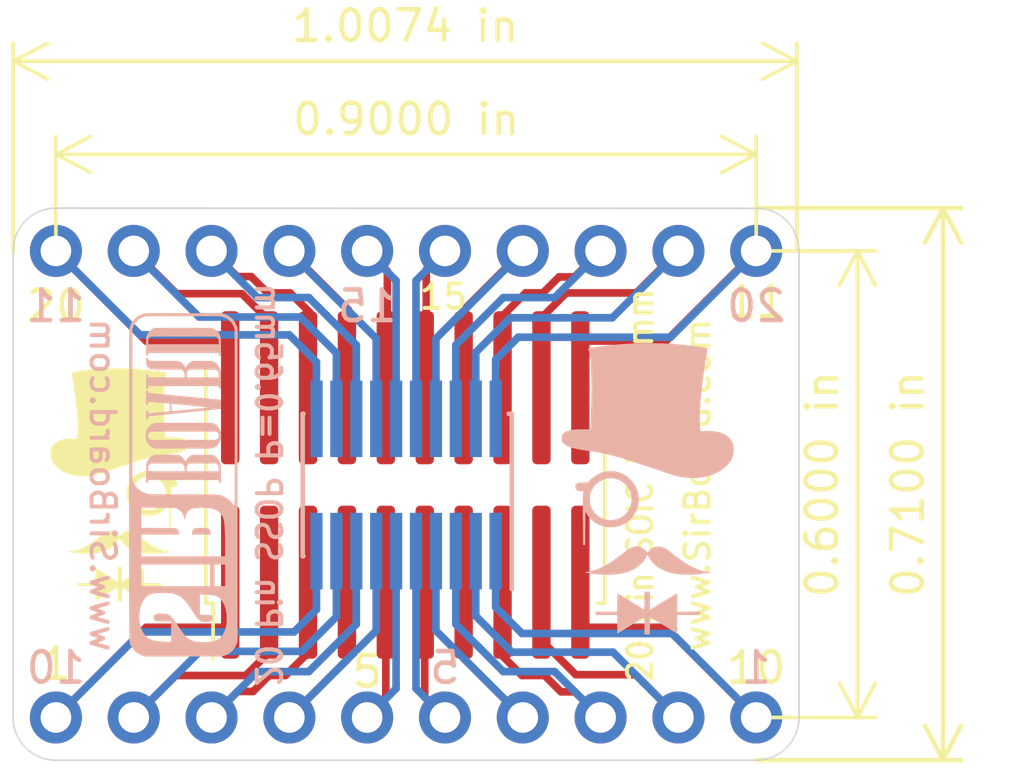
<source format=kicad_pcb>
(kicad_pcb (version 20171130) (host pcbnew "(5.1.2)-2")

  (general
    (thickness 1.6)
    (drawings 35)
    (tracks 134)
    (zones 0)
    (modules 7)
    (nets 21)
  )

  (page A4)
  (layers
    (0 F.Cu signal)
    (31 B.Cu signal)
    (32 B.Adhes user hide)
    (33 F.Adhes user hide)
    (34 B.Paste user hide)
    (35 F.Paste user hide)
    (36 B.SilkS user)
    (37 F.SilkS user)
    (38 B.Mask user hide)
    (39 F.Mask user hide)
    (40 Dwgs.User user)
    (41 Cmts.User user hide)
    (42 Eco1.User user hide)
    (43 Eco2.User user hide)
    (44 Edge.Cuts user)
    (45 Margin user hide)
    (46 B.CrtYd user hide)
    (47 F.CrtYd user hide)
    (48 B.Fab user hide)
    (49 F.Fab user hide)
  )

  (setup
    (last_trace_width 0.25)
    (trace_clearance 0.2)
    (zone_clearance 0.508)
    (zone_45_only no)
    (trace_min 0.2)
    (via_size 0.8)
    (via_drill 0.4)
    (via_min_size 0.4)
    (via_min_drill 0.3)
    (user_via 0.6 0.3)
    (uvia_size 0.3)
    (uvia_drill 0.1)
    (uvias_allowed no)
    (uvia_min_size 0.2)
    (uvia_min_drill 0.1)
    (edge_width 0.05)
    (segment_width 0.2)
    (pcb_text_width 0.3)
    (pcb_text_size 1.5 1.5)
    (mod_edge_width 0.12)
    (mod_text_size 1 1)
    (mod_text_width 0.15)
    (pad_size 1.7 1.7)
    (pad_drill 1)
    (pad_to_mask_clearance 0.051)
    (solder_mask_min_width 0.25)
    (aux_axis_origin 0 0)
    (visible_elements 7FFFFFFF)
    (pcbplotparams
      (layerselection 0x010fc_ffffffff)
      (usegerberextensions false)
      (usegerberattributes false)
      (usegerberadvancedattributes false)
      (creategerberjobfile false)
      (excludeedgelayer true)
      (linewidth 0.100000)
      (plotframeref false)
      (viasonmask false)
      (mode 1)
      (useauxorigin false)
      (hpglpennumber 1)
      (hpglpenspeed 20)
      (hpglpendiameter 15.000000)
      (psnegative false)
      (psa4output false)
      (plotreference true)
      (plotvalue true)
      (plotinvisibletext false)
      (padsonsilk false)
      (subtractmaskfromsilk false)
      (outputformat 1)
      (mirror false)
      (drillshape 1)
      (scaleselection 1)
      (outputdirectory ""))
  )

  (net 0 "")
  (net 1 "Net-(J1-Pad10)")
  (net 2 "Net-(J1-Pad9)")
  (net 3 "Net-(J1-Pad8)")
  (net 4 "Net-(J1-Pad7)")
  (net 5 "Net-(J1-Pad6)")
  (net 6 "Net-(J1-Pad5)")
  (net 7 "Net-(J1-Pad4)")
  (net 8 "Net-(J1-Pad3)")
  (net 9 "Net-(J1-Pad2)")
  (net 10 "Net-(J1-Pad1)")
  (net 11 "Net-(J2-Pad20)")
  (net 12 "Net-(J2-Pad19)")
  (net 13 "Net-(J2-Pad18)")
  (net 14 "Net-(J2-Pad17)")
  (net 15 "Net-(J2-Pad16)")
  (net 16 "Net-(J2-Pad15)")
  (net 17 "Net-(J2-Pad14)")
  (net 18 "Net-(J2-Pad13)")
  (net 19 "Net-(J2-Pad12)")
  (net 20 "Net-(J2-Pad11)")

  (net_class Default "This is the default net class."
    (clearance 0.2)
    (trace_width 0.25)
    (via_dia 0.8)
    (via_drill 0.4)
    (uvia_dia 0.3)
    (uvia_drill 0.1)
    (add_net "Net-(J1-Pad1)")
    (add_net "Net-(J1-Pad10)")
    (add_net "Net-(J1-Pad2)")
    (add_net "Net-(J1-Pad3)")
    (add_net "Net-(J1-Pad4)")
    (add_net "Net-(J1-Pad5)")
    (add_net "Net-(J1-Pad6)")
    (add_net "Net-(J1-Pad7)")
    (add_net "Net-(J1-Pad8)")
    (add_net "Net-(J1-Pad9)")
    (add_net "Net-(J2-Pad11)")
    (add_net "Net-(J2-Pad12)")
    (add_net "Net-(J2-Pad13)")
    (add_net "Net-(J2-Pad14)")
    (add_net "Net-(J2-Pad15)")
    (add_net "Net-(J2-Pad16)")
    (add_net "Net-(J2-Pad17)")
    (add_net "Net-(J2-Pad18)")
    (add_net "Net-(J2-Pad19)")
    (add_net "Net-(J2-Pad20)")
  )

  (module logo:logo94x134 (layer B.Cu) (tedit 0) (tstamp 5D4ADD40)
    (at 177.673 146.304 180)
    (fp_text reference G*** (at 0 0) (layer B.SilkS) hide
      (effects (font (size 1.524 1.524) (thickness 0.3)) (justify mirror))
    )
    (fp_text value LOGO (at 0.75 0) (layer B.SilkS) hide
      (effects (font (size 1.524 1.524) (thickness 0.3)) (justify mirror))
    )
    (fp_poly (pts (xy 0.441912 4.744592) (xy 0.857709 4.720614) (xy 1.268288 4.682686) (xy 1.66927 4.630852)
      (xy 1.73355 4.621068) (xy 1.808339 4.609542) (xy 1.861405 4.600902) (xy 1.896031 4.593577)
      (xy 1.915498 4.585997) (xy 1.923091 4.576591) (xy 1.922091 4.563788) (xy 1.915781 4.546017)
      (xy 1.911978 4.535682) (xy 1.89156 4.463121) (xy 1.872797 4.366276) (xy 1.855854 4.246218)
      (xy 1.840893 4.10402) (xy 1.834527 4.029008) (xy 1.827678 3.920478) (xy 1.822371 3.7901)
      (xy 1.81858 3.64138) (xy 1.81628 3.477821) (xy 1.815446 3.302928) (xy 1.816051 3.120206)
      (xy 1.818072 2.933159) (xy 1.821482 2.74529) (xy 1.826256 2.560106) (xy 1.832369 2.381109)
      (xy 1.839797 2.211805) (xy 1.848512 2.055698) (xy 1.848806 2.05105) (xy 1.856068 1.93675)
      (xy 2.08441 1.940964) (xy 2.242045 1.940414) (xy 2.376913 1.932381) (xy 2.490577 1.916676)
      (xy 2.584601 1.893109) (xy 2.633984 1.874349) (xy 2.704116 1.836559) (xy 2.751938 1.792937)
      (xy 2.780509 1.738903) (xy 2.792891 1.669878) (xy 2.794 1.634867) (xy 2.79264 1.588082)
      (xy 2.786315 1.556373) (xy 2.77165 1.529467) (xy 2.750931 1.503657) (xy 2.70794 1.461575)
      (xy 2.65381 1.423894) (xy 2.586549 1.389983) (xy 2.504168 1.359209) (xy 2.404676 1.330941)
      (xy 2.286084 1.304547) (xy 2.146401 1.279395) (xy 1.983636 1.254854) (xy 1.954438 1.250821)
      (xy 1.702204 1.212638) (xy 1.464103 1.168364) (xy 1.229153 1.115701) (xy 0.986372 1.052348)
      (xy 0.9271 1.03569) (xy 0.883794 1.022754) (xy 0.819109 1.002585) (xy 0.735735 0.976064)
      (xy 0.63636 0.944075) (xy 0.523676 0.907499) (xy 0.400371 0.867217) (xy 0.269135 0.824114)
      (xy 0.132658 0.779069) (xy -0.006372 0.732966) (xy -0.145263 0.686686) (xy -0.281327 0.641112)
      (xy -0.411874 0.597126) (xy -0.466722 0.578555) (xy -0.594538 0.535432) (xy -0.701852 0.499844)
      (xy -0.792093 0.470815) (xy -0.86869 0.447368) (xy -0.935072 0.428526) (xy -0.994669 0.413312)
      (xy -1.050909 0.40075) (xy -1.107222 0.389862) (xy -1.16205 0.380483) (xy -1.240247 0.370439)
      (xy -1.33198 0.362962) (xy -1.429787 0.358277) (xy -1.5262 0.356607) (xy -1.613756 0.358176)
      (xy -1.684989 0.363208) (xy -1.69545 0.364492) (xy -1.903293 0.401547) (xy -2.091699 0.454705)
      (xy -2.260996 0.524114) (xy -2.41151 0.609921) (xy -2.543569 0.712273) (xy -2.609281 0.776551)
      (xy -2.694941 0.879693) (xy -2.756964 0.98321) (xy -2.796898 1.090754) (xy -2.816295 1.205976)
      (xy -2.81878 1.27) (xy -2.808234 1.396634) (xy -2.776639 1.509067) (xy -2.724058 1.607219)
      (xy -2.650557 1.69101) (xy -2.556197 1.760361) (xy -2.441044 1.815192) (xy -2.36211 1.841056)
      (xy -2.272873 1.860707) (xy -2.167478 1.875194) (xy -2.054775 1.883783) (xy -1.943617 1.885742)
      (xy -1.864725 1.882276) (xy -1.741899 1.872783) (xy -1.734608 1.90924) (xy -1.719951 2.009381)
      (xy -1.711119 2.132674) (xy -1.70799 2.277576) (xy -1.710438 2.442546) (xy -1.718343 2.626042)
      (xy -1.731579 2.82652) (xy -1.750024 3.04244) (xy -1.773555 3.272259) (xy -1.802049 3.514435)
      (xy -1.835381 3.767425) (xy -1.873429 4.029689) (xy -1.91607 4.299684) (xy -1.934459 4.409934)
      (xy -1.945993 4.479706) (xy -1.9531 4.528415) (xy -1.955987 4.559973) (xy -1.954862 4.578291)
      (xy -1.949933 4.587279) (xy -1.944026 4.590203) (xy -1.919367 4.595639) (xy -1.874263 4.603968)
      (xy -1.813401 4.614412) (xy -1.741468 4.626191) (xy -1.663152 4.638524) (xy -1.58314 4.650633)
      (xy -1.5621 4.653727) (xy -1.18589 4.700145) (xy -0.793005 4.732398) (xy -0.387824 4.750528)
      (xy 0.025275 4.754578) (xy 0.441912 4.744592)) (layer B.SilkS) (width 0.01))
    (fp_poly (pts (xy 1.272214 0.571812) (xy 1.364961 0.561507) (xy 1.401051 0.554198) (xy 1.526974 0.513067)
      (xy 1.650101 0.452547) (xy 1.763728 0.376651) (xy 1.861151 0.289392) (xy 1.882352 0.266085)
      (xy 1.93675 0.203488) (xy 2.098474 0.203344) (xy 2.165203 0.203108) (xy 2.211708 0.201908)
      (xy 2.243166 0.198796) (xy 2.264753 0.192824) (xy 2.281645 0.183045) (xy 2.29902 0.168511)
      (xy 2.301674 0.166142) (xy 2.327422 0.139607) (xy 2.33963 0.113245) (xy 2.343087 0.075482)
      (xy 2.34315 0.065876) (xy 2.335278 0.010088) (xy 2.310557 -0.030834) (xy 2.267332 -0.058043)
      (xy 2.203945 -0.072687) (xy 2.138635 -0.076129) (xy 2.07382 -0.0762) (xy 2.088977 -0.136525)
      (xy 2.092241 -0.156862) (xy 2.094928 -0.190506) (xy 2.097054 -0.238877) (xy 2.098634 -0.303396)
      (xy 2.099681 -0.385481) (xy 2.100213 -0.486554) (xy 2.100242 -0.608034) (xy 2.099785 -0.751342)
      (xy 2.098855 -0.917897) (xy 2.0982 -1.012825) (xy 2.092267 -1.8288) (xy 2.032269 -1.8288)
      (xy 2.028959 -1.279525) (xy 2.02565 -0.73025) (xy 1.985564 -0.8001) (xy 1.902229 -0.921073)
      (xy 1.802791 -1.024298) (xy 1.689896 -1.109161) (xy 1.566188 -1.175049) (xy 1.434315 -1.221348)
      (xy 1.296921 -1.247445) (xy 1.156654 -1.252726) (xy 1.016158 -1.236578) (xy 0.878081 -1.198388)
      (xy 0.745067 -1.137542) (xy 0.6858 -1.101438) (xy 0.652141 -1.075857) (xy 0.608018 -1.037775)
      (xy 0.56029 -0.993265) (xy 0.532449 -0.965667) (xy 0.437874 -0.85165) (xy 0.364612 -0.724636)
      (xy 0.313447 -0.586585) (xy 0.285164 -0.439457) (xy 0.280611 -0.355567) (xy 0.507773 -0.355567)
      (xy 0.520498 -0.473578) (xy 0.5543 -0.58996) (xy 0.610047 -0.702123) (xy 0.679767 -0.797399)
      (xy 0.767788 -0.880672) (xy 0.871239 -0.94646) (xy 0.985926 -0.993406) (xy 1.107654 -1.02015)
      (xy 1.232227 -1.025334) (xy 1.33985 -1.011207) (xy 1.464571 -0.971507) (xy 1.577256 -0.910264)
      (xy 1.675966 -0.829241) (xy 1.75876 -0.730203) (xy 1.823698 -0.614913) (xy 1.850551 -0.546834)
      (xy 1.869203 -0.468848) (xy 1.878724 -0.377478) (xy 1.878886 -0.282965) (xy 1.869463 -0.195549)
      (xy 1.859338 -0.15153) (xy 1.811094 -0.030882) (xy 1.742138 0.077469) (xy 1.655121 0.171078)
      (xy 1.552695 0.247504) (xy 1.43751 0.304303) (xy 1.33086 0.335468) (xy 1.261685 0.34825)
      (xy 1.20651 0.35387) (xy 1.154978 0.352372) (xy 1.09673 0.343797) (xy 1.06045 0.336577)
      (xy 0.935846 0.298713) (xy 0.825366 0.241771) (xy 0.729881 0.168339) (xy 0.650258 0.081006)
      (xy 0.587367 -0.01764) (xy 0.542077 -0.125009) (xy 0.515256 -0.238515) (xy 0.507773 -0.355567)
      (xy 0.280611 -0.355567) (xy 0.2794 -0.333259) (xy 0.291668 -0.187831) (xy 0.327239 -0.048238)
      (xy 0.384256 0.083194) (xy 0.460866 0.20414) (xy 0.555214 0.312275) (xy 0.665445 0.405276)
      (xy 0.789704 0.480816) (xy 0.926137 0.536571) (xy 0.986867 0.553588) (xy 1.072371 0.567837)
      (xy 1.171085 0.573917) (xy 1.272214 0.571812)) (layer B.SilkS) (width 0.01))
    (fp_poly (pts (xy 0.416499 -1.889762) (xy 0.473981 -1.905222) (xy 0.510508 -1.918489) (xy 0.549772 -1.937216)
      (xy 0.59446 -1.963201) (xy 0.647264 -1.998244) (xy 0.710871 -2.044144) (xy 0.787972 -2.102699)
      (xy 0.881256 -2.175709) (xy 0.897189 -2.188319) (xy 1.093272 -2.334686) (xy 1.282276 -2.457498)
      (xy 1.463987 -2.556644) (xy 1.638191 -2.632017) (xy 1.804673 -2.683511) (xy 1.92928 -2.707062)
      (xy 1.976292 -2.713712) (xy 2.006996 -2.719542) (xy 2.020083 -2.725153) (xy 2.014249 -2.731147)
      (xy 1.988184 -2.738126) (xy 1.940582 -2.746691) (xy 1.870137 -2.757444) (xy 1.79705 -2.767942)
      (xy 1.611371 -2.789094) (xy 1.425054 -2.800486) (xy 1.243404 -2.802147) (xy 1.071731 -2.794108)
      (xy 0.915343 -2.776399) (xy 0.83793 -2.76258) (xy 0.661001 -2.716364) (xy 0.501575 -2.654587)
      (xy 0.360531 -2.577834) (xy 0.238745 -2.486688) (xy 0.137095 -2.381732) (xy 0.05646 -2.263552)
      (xy 0.039318 -2.231276) (xy -0.007508 -2.138065) (xy -0.042016 -2.208857) (xy -0.118497 -2.337284)
      (xy -0.215241 -2.45057) (xy -0.331992 -2.548548) (xy -0.468495 -2.631048) (xy -0.624496 -2.697904)
      (xy -0.799737 -2.748947) (xy -0.89041 -2.767744) (xy -0.981549 -2.780889) (xy -1.090874 -2.791037)
      (xy -1.211319 -2.797924) (xy -1.335817 -2.801288) (xy -1.457303 -2.800866) (xy -1.56871 -2.796395)
      (xy -1.6002 -2.794138) (xy -1.647152 -2.789521) (xy -1.706465 -2.782467) (xy -1.773375 -2.773685)
      (xy -1.843115 -2.763882) (xy -1.91092 -2.753768) (xy -1.972024 -2.74405) (xy -2.021661 -2.735437)
      (xy -2.055064 -2.728638) (xy -2.067255 -2.72471) (xy -2.057562 -2.721863) (xy -2.02878 -2.717588)
      (xy -1.987111 -2.712805) (xy -1.986559 -2.712748) (xy -1.846953 -2.690444) (xy -1.704633 -2.651426)
      (xy -1.558005 -2.594882) (xy -1.405477 -2.519999) (xy -1.245455 -2.425966) (xy -1.076347 -2.31197)
      (xy -0.896558 -2.177198) (xy -0.8255 -2.120686) (xy -0.743917 -2.056008) (xy -0.677063 -2.005998)
      (xy -0.620956 -1.968148) (xy -0.571612 -1.939955) (xy -0.525044 -1.918912) (xy -0.47974 -1.903259)
      (xy -0.380317 -1.884991) (xy -0.285602 -1.89152) (xy -0.196839 -1.922483) (xy -0.115266 -1.977514)
      (xy -0.068416 -2.02405) (xy -0.009934 -2.090381) (xy 0.068058 -2.012454) (xy 0.125349 -1.960635)
      (xy 0.178388 -1.92553) (xy 0.219551 -1.907063) (xy 0.287188 -1.886875) (xy 0.349643 -1.881131)
      (xy 0.416499 -1.889762)) (layer B.SilkS) (width 0.01))
    (fp_poly (pts (xy 0.0889 -3.658658) (xy 0.089316 -3.741594) (xy 0.090483 -3.815067) (xy 0.092281 -3.875606)
      (xy 0.094587 -3.919741) (xy 0.09728 -3.944) (xy 0.099005 -3.947583) (xy 0.112499 -3.939948)
      (xy 0.144201 -3.921139) (xy 0.19065 -3.893238) (xy 0.248387 -3.858324) (xy 0.313951 -3.818477)
      (xy 0.32443 -3.812091) (xy 0.411368 -3.759092) (xy 0.510531 -3.69864) (xy 0.612456 -3.636502)
      (xy 0.707679 -3.578448) (xy 0.75565 -3.549202) (xy 0.97155 -3.417573) (xy 0.974954 -3.715386)
      (xy 0.978359 -4.0132) (xy 1.6891 -4.0132) (xy 1.6891 -4.1148) (xy 0.978351 -4.1148)
      (xy 0.97495 -4.418233) (xy 0.97155 -4.721667) (xy 0.76083 -4.592858) (xy 0.677311 -4.5418)
      (xy 0.580966 -4.482895) (xy 0.480639 -4.421549) (xy 0.385173 -4.36317) (xy 0.326888 -4.327525)
      (xy 0.259478 -4.286506) (xy 0.199517 -4.250418) (xy 0.150333 -4.221232) (xy 0.115252 -4.200917)
      (xy 0.097604 -4.191444) (xy 0.096282 -4.191) (xy 0.094137 -4.203095) (xy 0.092238 -4.236965)
      (xy 0.090679 -4.288985) (xy 0.089556 -4.35553) (xy 0.088966 -4.432975) (xy 0.0889 -4.4704)
      (xy 0.0889 -4.7498) (xy -0.075724 -4.7498) (xy -0.079137 -4.464218) (xy -0.08255 -4.178637)
      (xy -0.211034 -4.259011) (xy -0.262847 -4.291218) (xy -0.307811 -4.31879) (xy -0.340974 -4.338715)
      (xy -0.357084 -4.347839) (xy -0.372182 -4.356498) (xy -0.405932 -4.37667) (xy -0.455357 -4.406549)
      (xy -0.517481 -4.444331) (xy -0.589328 -4.488208) (xy -0.667921 -4.536376) (xy -0.6731 -4.539556)
      (xy -0.97155 -4.722818) (xy -0.978352 -4.1148) (xy -1.7145 -4.1148) (xy -1.7145 -4.0132)
      (xy -0.9779 -4.0132) (xy -0.9779 -3.71475) (xy -0.977691 -3.630728) (xy -0.977103 -3.555858)
      (xy -0.976197 -3.493647) (xy -0.975034 -3.447603) (xy -0.973674 -3.421233) (xy -0.97274 -3.4163)
      (xy -0.960643 -3.422579) (xy -0.930998 -3.439813) (xy -0.88786 -3.465597) (xy -0.835283 -3.497524)
      (xy -0.817165 -3.508622) (xy -0.750422 -3.549517) (xy -0.670625 -3.598301) (xy -0.586433 -3.649688)
      (xy -0.506505 -3.698387) (xy -0.4826 -3.71293) (xy -0.410754 -3.756678) (xy -0.33637 -3.802067)
      (xy -0.266474 -3.844804) (xy -0.208088 -3.880599) (xy -0.187325 -3.893369) (xy -0.0762 -3.961821)
      (xy -0.0762 -3.3655) (xy 0.0889 -3.3655) (xy 0.0889 -3.658658)) (layer B.SilkS) (width 0.01))
  )

  (module Package_SO:SSOP-20_4.4x6.5mm_P0.65mm (layer B.Cu) (tedit 5D49F7CB) (tstamp 5D39A01B)
    (at 169.799 146.177 90)
    (descr "SSOP20: plastic shrink small outline package; 20 leads; body width 4.4 mm; (see NXP SSOP-TSSOP-VSO-REFLOW.pdf and sot266-1_po.pdf)")
    (tags "SSOP 0.65")
    (path /5D25E8E3)
    (attr smd)
    (fp_text reference J4 (at -0.127 0 90) (layer B.SilkS) hide
      (effects (font (size 1 1) (thickness 0.15)) (justify mirror))
    )
    (fp_text value Conn_02x10_Counter_Clockwise (at 0 -4.3 90) (layer B.Fab)
      (effects (font (size 1 1) (thickness 0.15)) (justify mirror))
    )
    (fp_text user %R (at 0 0 90) (layer B.Fab) hide
      (effects (font (size 0.8 0.8) (thickness 0.15)) (justify mirror))
    )
    (fp_line (start -2.325 -3.375) (end 2.325 -3.375) (layer B.SilkS) (width 0.15))
    (fp_line (start -3.4 3.45) (end 2.325 3.45) (layer B.SilkS) (width 0.15))
    (fp_line (start -2.325 -3.375) (end -2.325 -3.35) (layer B.SilkS) (width 0.15))
    (fp_line (start 2.325 -3.375) (end 2.325 -3.35) (layer B.SilkS) (width 0.15))
    (fp_line (start 2.325 3.45) (end 2.325 3.35) (layer B.SilkS) (width 0.15))
    (fp_line (start -3.65 -3.55) (end 3.65 -3.55) (layer B.CrtYd) (width 0.05))
    (fp_line (start -3.65 3.55) (end 3.65 3.55) (layer B.CrtYd) (width 0.05))
    (fp_line (start 3.65 3.55) (end 3.65 -3.55) (layer B.CrtYd) (width 0.05))
    (fp_line (start -3.65 3.55) (end -3.65 -3.55) (layer B.CrtYd) (width 0.05))
    (fp_line (start -2.2 2.25) (end -1.2 3.25) (layer B.Fab) (width 0.15))
    (fp_line (start -2.2 -3.25) (end -2.2 2.25) (layer B.Fab) (width 0.15))
    (fp_line (start 2.2 -3.25) (end -2.2 -3.25) (layer B.Fab) (width 0.15))
    (fp_line (start 2.2 3.25) (end 2.2 -3.25) (layer B.Fab) (width 0.15))
    (fp_line (start -1.2 3.25) (end 2.2 3.25) (layer B.Fab) (width 0.15))
    (pad 1 smd rect (at -2.159 2.921 90) (size 2.5 0.4) (layers B.Cu B.Paste B.Mask)
      (net 1 "Net-(J1-Pad10)"))
    (pad 2 smd rect (at -2.1607 2.275 90) (size 2.5 0.4) (layers B.Cu B.Paste B.Mask)
      (net 2 "Net-(J1-Pad9)"))
    (pad 3 smd rect (at -2.1607 1.625 90) (size 2.5 0.4) (layers B.Cu B.Paste B.Mask)
      (net 3 "Net-(J1-Pad8)"))
    (pad 4 smd rect (at -2.1607 0.975 90) (size 2.5 0.4) (layers B.Cu B.Paste B.Mask)
      (net 4 "Net-(J1-Pad7)"))
    (pad 5 smd rect (at -2.1607 0.325 90) (size 2.5 0.4) (layers B.Cu B.Paste B.Mask)
      (net 5 "Net-(J1-Pad6)"))
    (pad 6 smd rect (at -2.1607 -0.325 90) (size 2.5 0.4) (layers B.Cu B.Paste B.Mask)
      (net 6 "Net-(J1-Pad5)"))
    (pad 7 smd rect (at -2.1607 -0.975 90) (size 2.5 0.4) (layers B.Cu B.Paste B.Mask)
      (net 7 "Net-(J1-Pad4)"))
    (pad 8 smd rect (at -2.1607 -1.625 90) (size 2.5 0.4) (layers B.Cu B.Paste B.Mask)
      (net 8 "Net-(J1-Pad3)"))
    (pad 9 smd rect (at -2.1607 -2.275 90) (size 2.5 0.4) (layers B.Cu B.Paste B.Mask)
      (net 9 "Net-(J1-Pad2)"))
    (pad 10 smd rect (at -2.1607 -2.925 90) (size 2.5 0.4) (layers B.Cu B.Paste B.Mask)
      (net 10 "Net-(J1-Pad1)"))
    (pad 11 smd rect (at 2.159 -2.921 270) (size 2.5 0.4) (layers B.Cu B.Paste B.Mask)
      (net 11 "Net-(J2-Pad20)"))
    (pad 13 smd rect (at 2.1607 -1.625 270) (size 2.5 0.4) (layers B.Cu B.Paste B.Mask)
      (net 13 "Net-(J2-Pad18)"))
    (pad 12 smd rect (at 2.1607 -2.275 270) (size 2.5 0.4) (layers B.Cu B.Paste B.Mask)
      (net 12 "Net-(J2-Pad19)"))
    (pad 14 smd rect (at 2.1607 -0.975 270) (size 2.5 0.4) (layers B.Cu B.Paste B.Mask)
      (net 14 "Net-(J2-Pad17)"))
    (pad 15 smd rect (at 2.1607 -0.325 270) (size 2.5 0.4) (layers B.Cu B.Paste B.Mask)
      (net 15 "Net-(J2-Pad16)"))
    (pad 16 smd rect (at 2.1607 0.325 270) (size 2.5 0.4) (layers B.Cu B.Paste B.Mask)
      (net 16 "Net-(J2-Pad15)"))
    (pad 17 smd rect (at 2.1607 0.975 270) (size 2.5 0.4) (layers B.Cu B.Paste B.Mask)
      (net 17 "Net-(J2-Pad14)"))
    (pad 18 smd rect (at 2.1607 1.625 270) (size 2.5 0.4) (layers B.Cu B.Paste B.Mask)
      (net 18 "Net-(J2-Pad13)"))
    (pad 19 smd rect (at 2.1607 2.275 270) (size 2.5 0.4) (layers B.Cu B.Paste B.Mask)
      (net 19 "Net-(J2-Pad12)"))
    (pad 20 smd rect (at 2.1607 2.925 270) (size 2.5 0.4) (layers B.Cu B.Paste B.Mask)
      (net 20 "Net-(J2-Pad11)"))
    (model ${KISYS3DMOD}/Package_SO.3dshapes/SSOP-20_4.4x6.5mm_P0.65mm.wrl
      (at (xyz 0 0 0))
      (scale (xyz 1 1 1))
      (rotate (xyz 0 0 0))
    )
  )

  (module Package_SO:SOIC-20W_7.5x12.8mm_P1.27mm (layer F.Cu) (tedit 5D49F63A) (tstamp 5D25A7C5)
    (at 169.7736 146.177 90)
    (descr "SOIC, 20 Pin (JEDEC MS-013AC, https://www.analog.com/media/en/package-pcb-resources/package/233848rw_20.pdf), generated with kicad-footprint-generator ipc_gullwing_generator.py")
    (tags "SOIC SO")
    (path /5D25A016)
    (attr smd)
    (fp_text reference J2 (at 0 -7.35 90) (layer F.SilkS) hide
      (effects (font (size 1 1) (thickness 0.15)))
    )
    (fp_text value Conn_02x10_Counter_Clockwise (at 0 7.35 90) (layer F.Fab)
      (effects (font (size 1 1) (thickness 0.15)))
    )
    (fp_text user %R (at 0 0 90) (layer F.Fab)
      (effects (font (size 1 1) (thickness 0.15)))
    )
    (fp_line (start 5.93 -6.65) (end -5.93 -6.65) (layer F.CrtYd) (width 0.05))
    (fp_line (start 5.93 6.65) (end 5.93 -6.65) (layer F.CrtYd) (width 0.05))
    (fp_line (start -5.93 6.65) (end 5.93 6.65) (layer F.CrtYd) (width 0.05))
    (fp_line (start -5.93 -6.65) (end -5.93 6.65) (layer F.CrtYd) (width 0.05))
    (fp_line (start -3.75 -5.4) (end -2.75 -6.4) (layer F.Fab) (width 0.1))
    (fp_line (start -3.75 6.4) (end -3.75 -5.4) (layer F.Fab) (width 0.1))
    (fp_line (start 3.75 6.4) (end -3.75 6.4) (layer F.Fab) (width 0.1))
    (fp_line (start 3.75 -6.4) (end 3.75 6.4) (layer F.Fab) (width 0.1))
    (fp_line (start -2.75 -6.4) (end 3.75 -6.4) (layer F.Fab) (width 0.1))
    (fp_line (start -3.86 -6.275) (end -5.675 -6.275) (layer F.SilkS) (width 0.12))
    (fp_line (start -3.86 -6.51) (end -3.86 -6.275) (layer F.SilkS) (width 0.12))
    (fp_line (start 0 -6.51) (end -3.86 -6.51) (layer F.SilkS) (width 0.12))
    (fp_line (start 3.86 -6.51) (end 3.86 -6.275) (layer F.SilkS) (width 0.12))
    (fp_line (start 0 -6.51) (end 3.86 -6.51) (layer F.SilkS) (width 0.12))
    (fp_line (start -3.86 6.51) (end -3.86 6.275) (layer F.SilkS) (width 0.12))
    (fp_line (start 0 6.51) (end -3.86 6.51) (layer F.SilkS) (width 0.12))
    (fp_line (start 3.86 6.51) (end 3.86 6.275) (layer F.SilkS) (width 0.12))
    (fp_line (start 0 6.51) (end 3.86 6.51) (layer F.SilkS) (width 0.12))
    (pad 1 smd roundrect (at -3.175 -5.715 90) (size 5 0.6) (layers F.Cu F.Paste F.Mask) (roundrect_rratio 0.25)
      (net 10 "Net-(J1-Pad1)"))
    (pad 2 smd roundrect (at -3.175 -4.445 90) (size 5 0.6) (layers F.Cu F.Paste F.Mask) (roundrect_rratio 0.25)
      (net 9 "Net-(J1-Pad2)"))
    (pad 20 smd roundrect (at 3.175 -5.715 90) (size 5 0.6) (layers F.Cu F.Paste F.Mask) (roundrect_rratio 0.25)
      (net 11 "Net-(J2-Pad20)"))
    (pad 19 smd roundrect (at 3.175 -4.445 90) (size 5 0.6) (layers F.Cu F.Paste F.Mask) (roundrect_rratio 0.25)
      (net 12 "Net-(J2-Pad19)"))
    (pad 18 smd roundrect (at 3.175 -3.175 90) (size 5 0.6) (layers F.Cu F.Paste F.Mask) (roundrect_rratio 0.25)
      (net 13 "Net-(J2-Pad18)"))
    (pad 17 smd roundrect (at 3.175 -1.905 90) (size 5 0.6) (layers F.Cu F.Paste F.Mask) (roundrect_rratio 0.25)
      (net 14 "Net-(J2-Pad17)"))
    (pad 16 smd roundrect (at 3.175 -0.635 90) (size 5 0.6) (layers F.Cu F.Paste F.Mask) (roundrect_rratio 0.25)
      (net 15 "Net-(J2-Pad16)"))
    (pad 15 smd roundrect (at 3.175 0.635 90) (size 5 0.6) (layers F.Cu F.Paste F.Mask) (roundrect_rratio 0.25)
      (net 16 "Net-(J2-Pad15)"))
    (pad 14 smd roundrect (at 3.175 1.905 90) (size 5 0.6) (layers F.Cu F.Paste F.Mask) (roundrect_rratio 0.25)
      (net 17 "Net-(J2-Pad14)"))
    (pad 3 smd roundrect (at -3.175 -3.175 90) (size 5 0.6) (layers F.Cu F.Paste F.Mask) (roundrect_rratio 0.25)
      (net 8 "Net-(J1-Pad3)"))
    (pad 4 smd roundrect (at -3.175 -1.905 90) (size 5 0.6) (layers F.Cu F.Paste F.Mask) (roundrect_rratio 0.25)
      (net 7 "Net-(J1-Pad4)"))
    (pad 5 smd roundrect (at -3.175 -0.635 90) (size 5 0.6) (layers F.Cu F.Paste F.Mask) (roundrect_rratio 0.25)
      (net 6 "Net-(J1-Pad5)"))
    (pad 6 smd roundrect (at -3.175 0.635 90) (size 5 0.6) (layers F.Cu F.Paste F.Mask) (roundrect_rratio 0.25)
      (net 5 "Net-(J1-Pad6)"))
    (pad 7 smd roundrect (at -3.175 1.905 90) (size 5 0.6) (layers F.Cu F.Paste F.Mask) (roundrect_rratio 0.25)
      (net 4 "Net-(J1-Pad7)"))
    (pad 8 smd roundrect (at -3.175 3.175 90) (size 5 0.6) (layers F.Cu F.Paste F.Mask) (roundrect_rratio 0.25)
      (net 3 "Net-(J1-Pad8)"))
    (pad 9 smd roundrect (at -3.175 4.445 90) (size 5 0.6) (layers F.Cu F.Paste F.Mask) (roundrect_rratio 0.25)
      (net 2 "Net-(J1-Pad9)"))
    (pad 10 smd roundrect (at -3.175 5.715 90) (size 5 0.6) (layers F.Cu F.Paste F.Mask) (roundrect_rratio 0.25)
      (net 1 "Net-(J1-Pad10)"))
    (pad 13 smd roundrect (at 3.175 3.175 90) (size 5 0.6) (layers F.Cu F.Paste F.Mask) (roundrect_rratio 0.25)
      (net 18 "Net-(J2-Pad13)"))
    (pad 12 smd roundrect (at 3.175 4.445 90) (size 5 0.6) (layers F.Cu F.Paste F.Mask) (roundrect_rratio 0.25)
      (net 19 "Net-(J2-Pad12)"))
    (pad 11 smd roundrect (at 3.175 5.715 90) (size 5 0.6) (layers F.Cu F.Paste F.Mask) (roundrect_rratio 0.25)
      (net 20 "Net-(J2-Pad11)"))
    (model ${KISYS3DMOD}/Package_SO.3dshapes/SOIC-20W_7.5x12.8mm_P1.27mm.wrl
      (at (xyz 0 0 0))
      (scale (xyz 1 1 1))
      (rotate (xyz 0 0 0))
    )
  )

  (module Connector_PinHeader_2.54mm:PinHeader_1x10_P2.54mm_Vertical (layer B.Cu) (tedit 5D3995C2) (tstamp 5D25A838)
    (at 181.229 138.5316 90)
    (descr "Through hole straight pin header, 1x10, 2.54mm pitch, single row")
    (tags "Through hole pin header THT 1x10 2.54mm single row")
    (path /5D259BCE)
    (fp_text reference J5 (at 0 2.33 90) (layer B.SilkS) hide
      (effects (font (size 1 1) (thickness 0.15)) (justify mirror))
    )
    (fp_text value Conn_01x10 (at 0 -25.19 90) (layer B.Fab)
      (effects (font (size 1 1) (thickness 0.15)) (justify mirror))
    )
    (fp_text user %R (at 0 -11.43 -180) (layer B.Fab)
      (effects (font (size 1 1) (thickness 0.15)) (justify mirror))
    )
    (fp_line (start 1.8 1.8) (end -1.8 1.8) (layer B.CrtYd) (width 0.05))
    (fp_line (start 1.8 -24.65) (end 1.8 1.8) (layer B.CrtYd) (width 0.05))
    (fp_line (start -1.8 -24.65) (end 1.8 -24.65) (layer B.CrtYd) (width 0.05))
    (fp_line (start -1.8 1.8) (end -1.8 -24.65) (layer B.CrtYd) (width 0.05))
    (fp_line (start -1.27 0.635) (end -0.635 1.27) (layer B.Fab) (width 0.1))
    (fp_line (start -1.27 -24.13) (end -1.27 0.635) (layer B.Fab) (width 0.1))
    (fp_line (start 1.27 -24.13) (end -1.27 -24.13) (layer B.Fab) (width 0.1))
    (fp_line (start 1.27 1.27) (end 1.27 -24.13) (layer B.Fab) (width 0.1))
    (fp_line (start -0.635 1.27) (end 1.27 1.27) (layer B.Fab) (width 0.1))
    (pad 10 thru_hole oval (at 0 -22.86 90) (size 1.7 1.7) (drill 1) (layers *.Cu *.Mask)
      (net 11 "Net-(J2-Pad20)"))
    (pad 9 thru_hole oval (at 0 -20.32 90) (size 1.7 1.7) (drill 1) (layers *.Cu *.Mask)
      (net 12 "Net-(J2-Pad19)"))
    (pad 8 thru_hole oval (at 0 -17.78 90) (size 1.7 1.7) (drill 1) (layers *.Cu *.Mask)
      (net 13 "Net-(J2-Pad18)"))
    (pad 7 thru_hole oval (at 0 -15.24 90) (size 1.7 1.7) (drill 1) (layers *.Cu *.Mask)
      (net 14 "Net-(J2-Pad17)"))
    (pad 6 thru_hole oval (at 0 -12.7 90) (size 1.7 1.7) (drill 1) (layers *.Cu *.Mask)
      (net 15 "Net-(J2-Pad16)"))
    (pad 5 thru_hole oval (at 0 -10.16 90) (size 1.7 1.7) (drill 1) (layers *.Cu *.Mask)
      (net 16 "Net-(J2-Pad15)"))
    (pad 4 thru_hole oval (at 0 -7.62 90) (size 1.7 1.7) (drill 1) (layers *.Cu *.Mask)
      (net 17 "Net-(J2-Pad14)"))
    (pad 3 thru_hole oval (at 0 -5.08 90) (size 1.7 1.7) (drill 1) (layers *.Cu *.Mask)
      (net 18 "Net-(J2-Pad13)"))
    (pad 2 thru_hole oval (at 0 -2.54 90) (size 1.7 1.7) (drill 1) (layers *.Cu *.Mask)
      (net 19 "Net-(J2-Pad12)"))
    (pad 1 thru_hole circle (at 0 0 90) (size 1.7 1.7) (drill 1) (layers *.Cu *.Mask)
      (net 20 "Net-(J2-Pad11)"))
    (model ${KISYS3DMOD}/Connector_PinHeader_2.54mm.3dshapes/PinHeader_1x10_P2.54mm_Vertical.wrl
      (at (xyz 0 0 0))
      (scale (xyz 1 1 1))
      (rotate (xyz 0 0 0))
    )
  )

  (module Connector_PinHeader_2.54mm:PinHeader_1x10_P2.54mm_Vertical (layer B.Cu) (tedit 5D3995B1) (tstamp 5D25A79A)
    (at 158.369 153.7716 270)
    (descr "Through hole straight pin header, 1x10, 2.54mm pitch, single row")
    (tags "Through hole pin header THT 1x10 2.54mm single row")
    (path /5D25B9B9)
    (fp_text reference J1 (at 0 2.33 270) (layer B.SilkS) hide
      (effects (font (size 1 1) (thickness 0.15)) (justify mirror))
    )
    (fp_text value Conn_01x10 (at 0 -25.19 270) (layer B.Fab)
      (effects (font (size 1 1) (thickness 0.15)) (justify mirror))
    )
    (fp_text user %R (at 0 -11.43) (layer B.Fab)
      (effects (font (size 1 1) (thickness 0.15)) (justify mirror))
    )
    (fp_line (start 1.8 1.8) (end -1.8 1.8) (layer B.CrtYd) (width 0.05))
    (fp_line (start 1.8 -24.65) (end 1.8 1.8) (layer B.CrtYd) (width 0.05))
    (fp_line (start -1.8 -24.65) (end 1.8 -24.65) (layer B.CrtYd) (width 0.05))
    (fp_line (start -1.8 1.8) (end -1.8 -24.65) (layer B.CrtYd) (width 0.05))
    (fp_line (start -1.27 0.635) (end -0.635 1.27) (layer B.Fab) (width 0.1))
    (fp_line (start -1.27 -24.13) (end -1.27 0.635) (layer B.Fab) (width 0.1))
    (fp_line (start 1.27 -24.13) (end -1.27 -24.13) (layer B.Fab) (width 0.1))
    (fp_line (start 1.27 1.27) (end 1.27 -24.13) (layer B.Fab) (width 0.1))
    (fp_line (start -0.635 1.27) (end 1.27 1.27) (layer B.Fab) (width 0.1))
    (pad 10 thru_hole oval (at 0 -22.86 270) (size 1.7 1.7) (drill 1) (layers *.Cu *.Mask)
      (net 1 "Net-(J1-Pad10)"))
    (pad 9 thru_hole oval (at 0 -20.32 270) (size 1.7 1.7) (drill 1) (layers *.Cu *.Mask)
      (net 2 "Net-(J1-Pad9)"))
    (pad 8 thru_hole oval (at 0 -17.78 270) (size 1.7 1.7) (drill 1) (layers *.Cu *.Mask)
      (net 3 "Net-(J1-Pad8)"))
    (pad 7 thru_hole oval (at 0 -15.24 270) (size 1.7 1.7) (drill 1) (layers *.Cu *.Mask)
      (net 4 "Net-(J1-Pad7)"))
    (pad 6 thru_hole oval (at 0 -12.7 270) (size 1.7 1.7) (drill 1) (layers *.Cu *.Mask)
      (net 5 "Net-(J1-Pad6)"))
    (pad 5 thru_hole oval (at 0 -10.16 270) (size 1.7 1.7) (drill 1) (layers *.Cu *.Mask)
      (net 6 "Net-(J1-Pad5)"))
    (pad 4 thru_hole oval (at 0 -7.62 270) (size 1.7 1.7) (drill 1) (layers *.Cu *.Mask)
      (net 7 "Net-(J1-Pad4)"))
    (pad 3 thru_hole oval (at 0 -5.08 270) (size 1.7 1.7) (drill 1) (layers *.Cu *.Mask)
      (net 8 "Net-(J1-Pad3)"))
    (pad 2 thru_hole oval (at 0 -2.54 270) (size 1.7 1.7) (drill 1) (layers *.Cu *.Mask)
      (net 9 "Net-(J1-Pad2)"))
    (pad 1 thru_hole circle (at 0 0 270) (size 1.7 1.7) (drill 1) (layers *.Cu *.Mask)
      (net 10 "Net-(J1-Pad1)"))
    (model ${KISYS3DMOD}/Connector_PinHeader_2.54mm.3dshapes/PinHeader_1x10_P2.54mm_Vertical.wrl
      (at (xyz 0 0 0))
      (scale (xyz 1 1 1))
      (rotate (xyz 0 0 0))
    )
  )

  (module logo:SirBoard112x35 (layer B.Cu) (tedit 0) (tstamp 5D2683EC)
    (at 162.5346 146.177 90)
    (fp_text reference G*** (at 0 0 90) (layer B.SilkS) hide
      (effects (font (size 1.524 1.524) (thickness 0.3)) (justify mirror))
    )
    (fp_text value LOGO (at 0.75 0 90) (layer B.SilkS) hide
      (effects (font (size 1.524 1.524) (thickness 0.3)) (justify mirror))
    )
    (fp_poly (pts (xy -1.525562 0.880297) (xy -1.481591 0.865137) (xy -1.447984 0.839985) (xy -1.424896 0.804933)
      (xy -1.418358 0.787232) (xy -1.414957 0.768138) (xy -1.412171 0.737274) (xy -1.410021 0.697373)
      (xy -1.40853 0.651164) (xy -1.407719 0.601382) (xy -1.40761 0.550757) (xy -1.408223 0.502022)
      (xy -1.409582 0.457909) (xy -1.411708 0.421149) (xy -1.414622 0.394475) (xy -1.415212 0.391062)
      (xy -1.426948 0.351789) (xy -1.446379 0.322478) (xy -1.474912 0.302106) (xy -1.513953 0.28965)
      (xy -1.5621 0.284216) (xy -1.618343 0.281492) (xy -1.618343 0.885371) (xy -1.579746 0.885371)
      (xy -1.525562 0.880297)) (layer B.SilkS) (width 0.01))
    (fp_poly (pts (xy 4.512129 1.217193) (xy 4.587168 1.216128) (xy 4.649164 1.215004) (xy 4.699587 1.213752)
      (xy 4.739908 1.2123) (xy 4.771597 1.21058) (xy 4.796124 1.20852) (xy 4.81496 1.20605)
      (xy 4.829577 1.2031) (xy 4.834539 1.201779) (xy 4.907443 1.174745) (xy 4.972611 1.138092)
      (xy 5.028665 1.093018) (xy 5.074225 1.040722) (xy 5.107913 0.982402) (xy 5.118723 0.954836)
      (xy 5.120497 0.948681) (xy 5.122089 0.94077) (xy 5.123511 0.930338) (xy 5.12477 0.916621)
      (xy 5.125877 0.898853) (xy 5.126842 0.876272) (xy 5.127673 0.848113) (xy 5.128381 0.813611)
      (xy 5.128976 0.772002) (xy 5.129467 0.722523) (xy 5.129863 0.664408) (xy 5.130174 0.596893)
      (xy 5.13041 0.519215) (xy 5.13058 0.430608) (xy 5.130695 0.33031) (xy 5.130763 0.217554)
      (xy 5.130795 0.091578) (xy 5.1308 -0.003785) (xy 5.130794 -0.138578) (xy 5.13077 -0.259633)
      (xy 5.130716 -0.367727) (xy 5.130621 -0.463635) (xy 5.130473 -0.548136) (xy 5.130261 -0.622005)
      (xy 5.129973 -0.686019) (xy 5.129599 -0.740955) (xy 5.129127 -0.787588) (xy 5.128546 -0.826696)
      (xy 5.127844 -0.859055) (xy 5.12701 -0.885442) (xy 5.126032 -0.906632) (xy 5.1249 -0.923404)
      (xy 5.123601 -0.936532) (xy 5.122125 -0.946794) (xy 5.120461 -0.954966) (xy 5.118596 -0.961825)
      (xy 5.116719 -0.96757) (xy 5.089587 -1.024997) (xy 5.050105 -1.078057) (xy 5.000177 -1.125126)
      (xy 4.941705 -1.164583) (xy 4.876593 -1.194805) (xy 4.834912 -1.207886) (xy 4.820998 -1.210891)
      (xy 4.803749 -1.213336) (xy 4.781662 -1.215274) (xy 4.753237 -1.216756) (xy 4.716973 -1.217836)
      (xy 4.671368 -1.218565) (xy 4.614922 -1.218997) (xy 4.546133 -1.219183) (xy 4.511081 -1.2192)
      (xy 4.230914 -1.2192) (xy 4.230914 -1.15507) (xy 4.593771 -1.15507) (xy 4.683838 -1.152664)
      (xy 4.72157 -1.151516) (xy 4.747917 -1.150017) (xy 4.766008 -1.147515) (xy 4.778967 -1.14336)
      (xy 4.789924 -1.136903) (xy 4.801003 -1.128304) (xy 4.820959 -1.108979) (xy 4.837889 -1.087374)
      (xy 4.841631 -1.081133) (xy 4.843481 -1.077291) (xy 4.845152 -1.072531) (xy 4.846651 -1.066144)
      (xy 4.847987 -1.05742) (xy 4.849167 -1.045649) (xy 4.850199 -1.030122) (xy 4.85109 -1.01013)
      (xy 4.851847 -0.984962) (xy 4.852479 -0.953911) (xy 4.852993 -0.916265) (xy 4.853397 -0.871316)
      (xy 4.853698 -0.818354) (xy 4.853904 -0.75667) (xy 4.854023 -0.685554) (xy 4.854062 -0.604296)
      (xy 4.854028 -0.512188) (xy 4.85393 -0.408519) (xy 4.853775 -0.292581) (xy 4.853571 -0.163664)
      (xy 4.853325 -0.021058) (xy 4.853281 0.003628) (xy 4.8514 1.063171) (xy 4.83086 1.09002)
      (xy 4.807114 1.114832) (xy 4.778037 1.132601) (xy 4.741103 1.144299) (xy 4.693784 1.1509)
      (xy 4.668735 1.152454) (xy 4.593771 1.155788) (xy 4.593771 -1.15507) (xy 4.230914 -1.15507)
      (xy 4.230914 -1.153886) (xy 4.318 -1.153886) (xy 4.318 1.153885) (xy 4.230914 1.153885)
      (xy 4.230914 1.220826) (xy 4.512129 1.217193)) (layer B.SilkS) (width 0.01))
    (fp_poly (pts (xy 3.430814 1.217193) (xy 3.505854 1.216128) (xy 3.56785 1.215004) (xy 3.618273 1.213752)
      (xy 3.658594 1.2123) (xy 3.690282 1.21058) (xy 3.71481 1.20852) (xy 3.733646 1.20605)
      (xy 3.748263 1.2031) (xy 3.753225 1.201779) (xy 3.826235 1.174716) (xy 3.891421 1.138058)
      (xy 3.947434 1.092982) (xy 3.992924 1.040666) (xy 4.026542 0.98229) (xy 4.037836 0.953162)
      (xy 4.040869 0.94273) (xy 4.043342 0.930607) (xy 4.045298 0.915361) (xy 4.046777 0.89556)
      (xy 4.047823 0.869772) (xy 4.048476 0.836565) (xy 4.048779 0.794506) (xy 4.048774 0.742164)
      (xy 4.048503 0.678106) (xy 4.048035 0.604819) (xy 4.045857 0.293914) (xy 4.022319 0.245805)
      (xy 3.993743 0.200382) (xy 3.954739 0.156779) (xy 3.909252 0.11882) (xy 3.862369 0.090864)
      (xy 3.839869 0.079511) (xy 3.823704 0.070078) (xy 3.817265 0.064553) (xy 3.817257 0.064458)
      (xy 3.823334 0.058891) (xy 3.838048 0.052233) (xy 3.838943 0.051917) (xy 3.874004 0.035129)
      (xy 3.912415 0.009319) (xy 3.949979 -0.022138) (xy 3.982501 -0.055863) (xy 3.998135 -0.0762)
      (xy 4.007455 -0.089691) (xy 4.015474 -0.101647) (xy 4.022299 -0.113219) (xy 4.028035 -0.125559)
      (xy 4.032789 -0.139817) (xy 4.036665 -0.157145) (xy 4.03977 -0.178693) (xy 4.042209 -0.205615)
      (xy 4.044088 -0.239059) (xy 4.045514 -0.280179) (xy 4.046591 -0.330124) (xy 4.047426 -0.390047)
      (xy 4.048124 -0.461098) (xy 4.048792 -0.544429) (xy 4.049486 -0.635) (xy 4.050242 -0.730678)
      (xy 4.050954 -0.812918) (xy 4.051699 -0.882797) (xy 4.052551 -0.94139) (xy 4.053585 -0.989774)
      (xy 4.054877 -1.029023) (xy 4.056502 -1.060216) (xy 4.058536 -1.084427) (xy 4.061053 -1.102733)
      (xy 4.06413 -1.11621) (xy 4.06784 -1.125934) (xy 4.072261 -1.13298) (xy 4.077466 -1.138426)
      (xy 4.083531 -1.143346) (xy 4.085142 -1.144584) (xy 4.101021 -1.151411) (xy 4.116614 -1.153655)
      (xy 4.128813 -1.1549) (xy 4.134651 -1.160871) (xy 4.136455 -1.17548) (xy 4.136571 -1.187224)
      (xy 4.136571 -1.220561) (xy 4.033157 -1.217579) (xy 3.989456 -1.215991) (xy 3.957234 -1.213861)
      (xy 3.933455 -1.21078) (xy 3.915084 -1.206339) (xy 3.899085 -1.200126) (xy 3.897086 -1.199197)
      (xy 3.855555 -1.173032) (xy 3.823431 -1.137693) (xy 3.800158 -1.092246) (xy 3.785182 -1.035754)
      (xy 3.780621 -1.002985) (xy 3.779409 -0.98421) (xy 3.778264 -0.952428) (xy 3.777207 -0.909147)
      (xy 3.776257 -0.855875) (xy 3.775435 -0.794121) (xy 3.774762 -0.725391) (xy 3.774259 -0.651194)
      (xy 3.773945 -0.573037) (xy 3.773843 -0.503978) (xy 3.773714 -0.068156) (xy 3.752766 -0.035124)
      (xy 3.731914 -0.008638) (xy 3.706346 0.0106) (xy 3.673594 0.023635) (xy 3.631192 0.031511)
      (xy 3.587421 0.034854) (xy 3.512457 0.038188) (xy 3.512457 -1.153886) (xy 3.599543 -1.153886)
      (xy 3.599543 -1.2192) (xy 3.1496 -1.2192) (xy 3.1496 -1.153886) (xy 3.236686 -1.153886)
      (xy 3.236686 0.100416) (xy 3.512457 0.100416) (xy 3.602524 0.102822) (xy 3.640256 0.10397)
      (xy 3.666603 0.105469) (xy 3.684693 0.107971) (xy 3.697653 0.112126) (xy 3.708609 0.118583)
      (xy 3.719689 0.127182) (xy 3.730675 0.135901) (xy 3.740076 0.143671) (xy 3.748009 0.15163)
      (xy 3.754592 0.160921) (xy 3.759945 0.172684) (xy 3.764185 0.18806) (xy 3.767431 0.20819)
      (xy 3.769802 0.234214) (xy 3.771415 0.267274) (xy 3.772389 0.30851) (xy 3.772843 0.359063)
      (xy 3.772895 0.420075) (xy 3.772664 0.492685) (xy 3.772267 0.578034) (xy 3.772019 0.631371)
      (xy 3.770086 1.063171) (xy 3.749546 1.09002) (xy 3.725799 1.114832) (xy 3.696723 1.132601)
      (xy 3.659789 1.144299) (xy 3.61247 1.1509) (xy 3.587421 1.152454) (xy 3.512457 1.155788)
      (xy 3.512457 0.100416) (xy 3.236686 0.100416) (xy 3.236686 1.153885) (xy 3.1496 1.153885)
      (xy 3.1496 1.220826) (xy 3.430814 1.217193)) (layer B.SilkS) (width 0.01))
    (fp_poly (pts (xy 2.577941 1.21992) (xy 2.616453 1.219519) (xy 2.656135 1.218798) (xy 2.694339 1.217805)
      (xy 2.728419 1.216587) (xy 2.755728 1.215192) (xy 2.773619 1.213666) (xy 2.779486 1.21218)
      (xy 2.780161 1.203823) (xy 2.782126 1.181953) (xy 2.785294 1.147507) (xy 2.789574 1.10142)
      (xy 2.794879 1.044627) (xy 2.801119 0.978066) (xy 2.808206 0.902672) (xy 2.81605 0.81938)
      (xy 2.824563 0.729128) (xy 2.833655 0.63285) (xy 2.843239 0.531482) (xy 2.853226 0.425961)
      (xy 2.863525 0.317222) (xy 2.874049 0.206202) (xy 2.884709 0.093835) (xy 2.895416 -0.018941)
      (xy 2.906081 -0.131191) (xy 2.916615 -0.241979) (xy 2.926929 -0.35037) (xy 2.936935 -0.455426)
      (xy 2.946543 -0.556213) (xy 2.955665 -0.651794) (xy 2.964212 -0.741234) (xy 2.972095 -0.823597)
      (xy 2.979226 -0.897946) (xy 2.985515 -0.963346) (xy 2.990873 -1.01886) (xy 2.995212 -1.063554)
      (xy 2.998444 -1.096491) (xy 3.000478 -1.116734) (xy 3.001167 -1.123043) (xy 3.005346 -1.153886)
      (xy 3.084286 -1.153886) (xy 3.084286 -1.2192) (xy 2.634343 -1.2192) (xy 2.634343 -1.153886)
      (xy 2.677886 -1.153886) (xy 2.701989 -1.153585) (xy 2.714998 -1.151575) (xy 2.720336 -1.146199)
      (xy 2.721421 -1.135799) (xy 2.721429 -1.132777) (xy 2.72078 -1.121257) (xy 2.718924 -1.096878)
      (xy 2.715999 -1.061233) (xy 2.712141 -1.015916) (xy 2.707487 -0.962518) (xy 2.702174 -0.902634)
      (xy 2.696338 -0.837857) (xy 2.6924 -0.794657) (xy 2.686317 -0.727916) (xy 2.680666 -0.665328)
      (xy 2.675584 -0.608438) (xy 2.671206 -0.558796) (xy 2.667668 -0.517946) (xy 2.665106 -0.487438)
      (xy 2.663654 -0.468816) (xy 2.663371 -0.463795) (xy 2.662614 -0.458866) (xy 2.659031 -0.455267)
      (xy 2.650658 -0.452792) (xy 2.635529 -0.451229) (xy 2.61168 -0.450373) (xy 2.577145 -0.450014)
      (xy 2.532743 -0.449943) (xy 2.491014 -0.45018) (xy 2.4548 -0.450836) (xy 2.426392 -0.451835)
      (xy 2.408078 -0.453096) (xy 2.402114 -0.454435) (xy 2.40142 -0.46236) (xy 2.399434 -0.48327)
      (xy 2.396297 -0.515709) (xy 2.392152 -0.558221) (xy 2.387142 -0.609347) (xy 2.381409 -0.667631)
      (xy 2.375095 -0.731616) (xy 2.369457 -0.788596) (xy 2.362737 -0.856818) (xy 2.356483 -0.921045)
      (xy 2.350839 -0.979743) (xy 2.34595 -1.031375) (xy 2.34196 -1.074405) (xy 2.339014 -1.107299)
      (xy 2.337255 -1.128521) (xy 2.3368 -1.136075) (xy 2.337881 -1.14628) (xy 2.34349 -1.151593)
      (xy 2.357174 -1.153599) (xy 2.376714 -1.153886) (xy 2.416629 -1.153886) (xy 2.416629 -1.2192)
      (xy 2.155371 -1.2192) (xy 2.155371 -1.154579) (xy 2.200463 -1.152418) (xy 2.245554 -1.150257)
      (xy 2.324519 -0.379186) (xy 2.409167 -0.379186) (xy 2.41034 -0.383817) (xy 2.415017 -0.387169)
      (xy 2.425194 -0.389446) (xy 2.442868 -0.390851) (xy 2.470035 -0.391588) (xy 2.508691 -0.391861)
      (xy 2.533742 -0.391886) (xy 2.658113 -0.391886) (xy 2.653901 -0.353786) (xy 2.65238 -0.338493)
      (xy 2.649766 -0.310463) (xy 2.646212 -0.271418) (xy 2.641873 -0.223081) (xy 2.636903 -0.167176)
      (xy 2.631456 -0.105425) (xy 2.625688 -0.039551) (xy 2.622558 -0.003629) (xy 2.616742 0.062144)
      (xy 2.611139 0.123366) (xy 2.605901 0.17854) (xy 2.601179 0.22617) (xy 2.597122 0.264759)
      (xy 2.593883 0.29281) (xy 2.591611 0.308825) (xy 2.590752 0.312057) (xy 2.58912 0.31985)
      (xy 2.586447 0.340538) (xy 2.582894 0.372553) (xy 2.578619 0.414325) (xy 2.573782 0.464285)
      (xy 2.568541 0.520863) (xy 2.563056 0.582491) (xy 2.561491 0.600528) (xy 2.555987 0.663119)
      (xy 2.550707 0.720952) (xy 2.545807 0.772486) (xy 2.541441 0.816176) (xy 2.537765 0.850481)
      (xy 2.534935 0.873857) (xy 2.533106 0.884762) (xy 2.532783 0.885371) (xy 2.531636 0.878357)
      (xy 2.529242 0.858153) (xy 2.525725 0.826022) (xy 2.521207 0.783224) (xy 2.515813 0.73102)
      (xy 2.509666 0.67067) (xy 2.502888 0.603436) (xy 2.495603 0.530578) (xy 2.487934 0.453357)
      (xy 2.480005 0.373034) (xy 2.471938 0.29087) (xy 2.463858 0.208125) (xy 2.455886 0.126061)
      (xy 2.448147 0.045938) (xy 2.440764 -0.030983) (xy 2.43386 -0.10344) (xy 2.427558 -0.170175)
      (xy 2.421982 -0.229924) (xy 2.417254 -0.281428) (xy 2.413498 -0.323426) (xy 2.410837 -0.354657)
      (xy 2.409395 -0.37386) (xy 2.409167 -0.379186) (xy 2.324519 -0.379186) (xy 2.366697 0.032657)
      (xy 2.379966 0.162193) (xy 2.392836 0.287785) (xy 2.405231 0.408677) (xy 2.417072 0.52411)
      (xy 2.428281 0.63333) (xy 2.438781 0.735579) (xy 2.448493 0.8301) (xy 2.457341 0.916138)
      (xy 2.465246 0.992934) (xy 2.47213 1.059734) (xy 2.477915 1.115779) (xy 2.482525 1.160314)
      (xy 2.48588 1.192582) (xy 2.487903 1.211826) (xy 2.48852 1.217385) (xy 2.495887 1.218735)
      (xy 2.515011 1.219576) (xy 2.543245 1.219955) (xy 2.577941 1.21992)) (layer B.SilkS) (width 0.01))
    (fp_poly (pts (xy 0.361043 1.217193) (xy 0.43385 1.216219) (xy 0.493755 1.215243) (xy 0.542371 1.214177)
      (xy 0.581308 1.212935) (xy 0.612181 1.211431) (xy 0.6366 1.209577) (xy 0.656179 1.207287)
      (xy 0.672528 1.204474) (xy 0.687261 1.201052) (xy 0.69379 1.19929) (xy 0.765952 1.172679)
      (xy 0.830815 1.135681) (xy 0.88672 1.089579) (xy 0.93201 1.035656) (xy 0.95488 0.997201)
      (xy 0.983343 0.941114) (xy 0.983343 0.293914) (xy 0.959805 0.245805) (xy 0.931229 0.200382)
      (xy 0.892225 0.156779) (xy 0.846738 0.11882) (xy 0.799854 0.090864) (xy 0.777386 0.079671)
      (xy 0.761246 0.070632) (xy 0.754812 0.065645) (xy 0.754804 0.065563) (xy 0.760769 0.060565)
      (xy 0.776481 0.050898) (xy 0.798763 0.038498) (xy 0.802921 0.036285) (xy 0.857587 0.000984)
      (xy 0.905439 -0.042591) (xy 0.94349 -0.091449) (xy 0.959773 -0.120776) (xy 0.983343 -0.170543)
      (xy 0.985408 -0.547102) (xy 0.985832 -0.631973) (xy 0.986078 -0.7036) (xy 0.986115 -0.76325)
      (xy 0.985912 -0.812191) (xy 0.985438 -0.851693) (xy 0.984663 -0.883023) (xy 0.983556 -0.90745)
      (xy 0.982087 -0.926242) (xy 0.980226 -0.940667) (xy 0.977941 -0.951995) (xy 0.975443 -0.960759)
      (xy 0.948888 -1.019843) (xy 0.90991 -1.074162) (xy 0.860222 -1.122232) (xy 0.801539 -1.162569)
      (xy 0.735575 -1.193687) (xy 0.689533 -1.208287) (xy 0.67573 -1.211191) (xy 0.657961 -1.213557)
      (xy 0.634779 -1.215435) (xy 0.604736 -1.216872) (xy 0.566387 -1.217919) (xy 0.518284 -1.218622)
      (xy 0.45898 -1.21903) (xy 0.387029 -1.219192) (xy 0.363624 -1.2192) (xy 0.079829 -1.2192)
      (xy 0.079829 -1.153886) (xy 0.166914 -1.153886) (xy 0.442686 -1.153886) (xy 0.523852 -1.153886)
      (xy 0.562559 -1.153408) (xy 0.590445 -1.151649) (xy 0.611181 -1.14812) (xy 0.628439 -1.142334)
      (xy 0.635755 -1.139006) (xy 0.660177 -1.123253) (xy 0.682565 -1.102655) (xy 0.687031 -1.097278)
      (xy 0.707571 -1.070429) (xy 0.707571 -0.060626) (xy 0.688093 -0.031192) (xy 0.667207 -0.00615)
      (xy 0.641034 0.012102) (xy 0.607231 0.02449) (xy 0.563454 0.031944) (xy 0.521105 0.034919)
      (xy 0.442686 0.03815) (xy 0.442686 -1.153886) (xy 0.166914 -1.153886) (xy 0.166914 0.1016)
      (xy 0.442686 0.1016) (xy 0.523852 0.1016) (xy 0.562559 0.102078) (xy 0.590445 0.103837)
      (xy 0.611181 0.107365) (xy 0.628439 0.113152) (xy 0.635755 0.116479) (xy 0.660177 0.132232)
      (xy 0.682565 0.152831) (xy 0.687031 0.158208) (xy 0.707571 0.185057) (xy 0.707571 1.056974)
      (xy 0.688093 1.086408) (xy 0.667207 1.11145) (xy 0.641034 1.129702) (xy 0.607231 1.14209)
      (xy 0.563454 1.149544) (xy 0.521105 1.152519) (xy 0.442686 1.15575) (xy 0.442686 0.1016)
      (xy 0.166914 0.1016) (xy 0.166914 1.153885) (xy 0.079829 1.153885) (xy 0.079829 1.220724)
      (xy 0.361043 1.217193)) (layer B.SilkS) (width 0.01))
    (fp_poly (pts (xy 1.65475 1.225374) (xy 1.709175 1.218756) (xy 1.735944 1.212555) (xy 1.804872 1.18674)
      (xy 1.867504 1.151205) (xy 1.92206 1.10749) (xy 1.966761 1.057133) (xy 1.99983 1.001675)
      (xy 2.010662 0.974827) (xy 2.012703 0.968536) (xy 2.014537 0.961639) (xy 2.016174 0.953366)
      (xy 2.017627 0.942948) (xy 2.018906 0.929613) (xy 2.020021 0.912593) (xy 2.020985 0.891117)
      (xy 2.021808 0.864416) (xy 2.022502 0.83172) (xy 2.023077 0.792258) (xy 2.023544 0.745261)
      (xy 2.023915 0.689959) (xy 2.024201 0.625582) (xy 2.024412 0.55136) (xy 2.02456 0.466524)
      (xy 2.024656 0.370303) (xy 2.024711 0.261927) (xy 2.024737 0.140627) (xy 2.024743 0.005632)
      (xy 2.024743 -0.003629) (xy 2.024737 -0.13954) (xy 2.024714 -0.261706) (xy 2.024661 -0.370898)
      (xy 2.024568 -0.467885) (xy 2.024424 -0.553438) (xy 2.024217 -0.628326) (xy 2.023936 -0.693319)
      (xy 2.023571 -0.749187) (xy 2.02311 -0.7967) (xy 2.022543 -0.836628) (xy 2.021857 -0.86974)
      (xy 2.021043 -0.896808) (xy 2.020088 -0.918599) (xy 2.018983 -0.935885) (xy 2.017715 -0.949436)
      (xy 2.016274 -0.96002) (xy 2.014649 -0.968409) (xy 2.012828 -0.975372) (xy 2.010801 -0.981679)
      (xy 2.010662 -0.982084) (xy 1.98353 -1.039511) (xy 1.944048 -1.092571) (xy 1.89412 -1.139641)
      (xy 1.835648 -1.179098) (xy 1.770536 -1.209319) (xy 1.728855 -1.2224) (xy 1.689662 -1.229317)
      (xy 1.642082 -1.232841) (xy 1.591181 -1.233028) (xy 1.542024 -1.229934) (xy 1.499676 -1.223615)
      (xy 1.484086 -1.219702) (xy 1.413537 -1.193355) (xy 1.352924 -1.158697) (xy 1.299178 -1.113869)
      (xy 1.284283 -1.098534) (xy 1.252249 -1.060677) (xy 1.229064 -1.024125) (xy 1.211054 -0.982851)
      (xy 1.207393 -0.972457) (xy 1.205413 -0.966175) (xy 1.203634 -0.95906) (xy 1.202046 -0.950339)
      (xy 1.200639 -0.939241) (xy 1.199402 -0.924992) (xy 1.198322 -0.906821) (xy 1.197391 -0.883955)
      (xy 1.196597 -0.855622) (xy 1.195929 -0.821049) (xy 1.195376 -0.779464) (xy 1.194927 -0.730096)
      (xy 1.194573 -0.67217) (xy 1.194301 -0.604915) (xy 1.194101 -0.52756) (xy 1.193962 -0.43933)
      (xy 1.193873 -0.339454) (xy 1.193853 -0.292252) (xy 1.467265 -0.292252) (xy 1.467275 -0.428578)
      (xy 1.467413 -0.551933) (xy 1.467679 -0.662144) (xy 1.468073 -0.75904) (xy 1.468593 -0.842449)
      (xy 1.469237 -0.912199) (xy 1.470007 -0.96812) (xy 1.4709 -1.010038) (xy 1.471915 -1.037782)
      (xy 1.473028 -1.05105) (xy 1.480657 -1.078544) (xy 1.491854 -1.104054) (xy 1.498214 -1.114111)
      (xy 1.528546 -1.142646) (xy 1.565945 -1.160584) (xy 1.607059 -1.167434) (xy 1.648536 -1.162703)
      (xy 1.687025 -1.1459) (xy 1.692015 -1.142534) (xy 1.713059 -1.124355) (xy 1.730736 -1.103611)
      (xy 1.735521 -1.095942) (xy 1.737358 -1.092061) (xy 1.73902 -1.087196) (xy 1.740516 -1.080638)
      (xy 1.741854 -1.071678) (xy 1.743043 -1.059609) (xy 1.744092 -1.043723) (xy 1.74501 -1.023311)
      (xy 1.745805 -0.997665) (xy 1.746487 -0.966078) (xy 1.747063 -0.927841) (xy 1.747543 -0.882246)
      (xy 1.747935 -0.828585) (xy 1.748249 -0.76615) (xy 1.748492 -0.694233) (xy 1.748674 -0.612125)
      (xy 1.748804 -0.519118) (xy 1.74889 -0.414506) (xy 1.74894 -0.297578) (xy 1.748965 -0.167627)
      (xy 1.748971 -0.023946) (xy 1.748971 1.05496) (xy 1.733578 1.086759) (xy 1.71024 1.121258)
      (xy 1.678898 1.144096) (xy 1.638767 1.155726) (xy 1.611086 1.157514) (xy 1.566099 1.15247)
      (xy 1.530334 1.136747) (xy 1.502302 1.109458) (xy 1.486779 1.083607) (xy 1.469571 1.048657)
      (xy 1.467635 0.018628) (xy 1.467385 -0.143126) (xy 1.467265 -0.292252) (xy 1.193853 -0.292252)
      (xy 1.193824 -0.22716) (xy 1.193803 -0.101676) (xy 1.1938 -0.003629) (xy 1.193806 0.131692)
      (xy 1.193832 0.25327) (xy 1.193889 0.36188) (xy 1.193988 0.458294) (xy 1.19414 0.543283)
      (xy 1.194356 0.617622) (xy 1.194646 0.682082) (xy 1.195022 0.737436) (xy 1.195496 0.784457)
      (xy 1.196076 0.823918) (xy 1.196776 0.856591) (xy 1.197605 0.883248) (xy 1.198575 0.904663)
      (xy 1.199697 0.921607) (xy 1.200982 0.934855) (xy 1.20244 0.945177) (xy 1.204083 0.953347)
      (xy 1.205922 0.960138) (xy 1.207576 0.9652) (xy 1.236632 1.02764) (xy 1.277925 1.084046)
      (xy 1.329966 1.133104) (xy 1.391267 1.173501) (xy 1.460339 1.203924) (xy 1.487766 1.212445)
      (xy 1.538307 1.222216) (xy 1.595881 1.226527) (xy 1.65475 1.225374)) (layer B.SilkS) (width 0.01))
    (fp_poly (pts (xy 5.177971 1.74004) (xy 5.267255 1.702178) (xy 5.348157 1.652743) (xy 5.419973 1.592476)
      (xy 5.482 1.52212) (xy 5.533534 1.442418) (xy 5.573872 1.354112) (xy 5.590245 1.304848)
      (xy 5.605752 1.251857) (xy 5.607961 0.029028) (xy 5.608245 -0.149716) (xy 5.608421 -0.314153)
      (xy 5.608491 -0.46449) (xy 5.608452 -0.600934) (xy 5.608305 -0.723691) (xy 5.608047 -0.83297)
      (xy 5.607679 -0.928975) (xy 5.607199 -1.011915) (xy 5.606606 -1.081996) (xy 5.605899 -1.139425)
      (xy 5.605079 -1.184409) (xy 5.604142 -1.217155) (xy 5.60309 -1.23787) (xy 5.602404 -1.2446)
      (xy 5.581368 -1.334731) (xy 5.546753 -1.420426) (xy 5.499104 -1.500593) (xy 5.438966 -1.574138)
      (xy 5.437067 -1.576135) (xy 5.367737 -1.639813) (xy 5.293674 -1.690182) (xy 5.21337 -1.72808)
      (xy 5.125322 -1.75435) (xy 5.113127 -1.756975) (xy 5.108625 -1.757848) (xy 5.103554 -1.758683)
      (xy 5.097591 -1.759481) (xy 5.090416 -1.760241) (xy 5.081706 -1.760966) (xy 5.071139 -1.761656)
      (xy 5.058395 -1.762311) (xy 5.04315 -1.762934) (xy 5.025084 -1.763523) (xy 5.003875 -1.764081)
      (xy 4.9792 -1.764608) (xy 4.950738 -1.765105) (xy 4.918168 -1.765572) (xy 4.881166 -1.766011)
      (xy 4.839413 -1.766423) (xy 4.792585 -1.766807) (xy 4.740362 -1.767166) (xy 4.682421 -1.767499)
      (xy 4.61844 -1.767808) (xy 4.548099 -1.768093) (xy 4.471074 -1.768356) (xy 4.387045 -1.768597)
      (xy 4.295689 -1.768816) (xy 4.196685 -1.769016) (xy 4.089711 -1.769196) (xy 3.974445 -1.769357)
      (xy 3.850565 -1.7695) (xy 3.71775 -1.769627) (xy 3.575678 -1.769737) (xy 3.424027 -1.769832)
      (xy 3.262476 -1.769913) (xy 3.090702 -1.769979) (xy 2.908384 -1.770033) (xy 2.715199 -1.770075)
      (xy 2.510828 -1.770105) (xy 2.294946 -1.770125) (xy 2.067233 -1.770136) (xy 1.827367 -1.770138)
      (xy 1.575027 -1.770131) (xy 1.30989 -1.770118) (xy 1.031634 -1.770098) (xy 0.739938 -1.770073)
      (xy 0.43448 -1.770043) (xy 0.114939 -1.770009) (xy 0.003629 -1.769996) (xy -0.326004 -1.769957)
      (xy -0.641426 -1.769912) (xy -0.942942 -1.769862) (xy -1.230855 -1.769805) (xy -1.50547 -1.769741)
      (xy -1.76709 -1.769669) (xy -2.016021 -1.769589) (xy -2.252564 -1.769499) (xy -2.477025 -1.7694)
      (xy -2.689708 -1.769291) (xy -2.890915 -1.769171) (xy -3.080953 -1.769039) (xy -3.260123 -1.768895)
      (xy -3.428731 -1.768738) (xy -3.58708 -1.768567) (xy -3.735475 -1.768383) (xy -3.874218 -1.768183)
      (xy -4.003615 -1.767968) (xy -4.123969 -1.767737) (xy -4.235584 -1.767489) (xy -4.338764 -1.767224)
      (xy -4.433814 -1.766941) (xy -4.521036 -1.766639) (xy -4.600735 -1.766318) (xy -4.673216 -1.765977)
      (xy -4.738781 -1.765615) (xy -4.797735 -1.765232) (xy -4.850382 -1.764828) (xy -4.897026 -1.7644)
      (xy -4.937971 -1.76395) (xy -4.97352 -1.763476) (xy -5.003978 -1.762977) (xy -5.029649 -1.762454)
      (xy -5.050837 -1.761904) (xy -5.067845 -1.761328) (xy -5.080978 -1.760726) (xy -5.09054 -1.760095)
      (xy -5.096834 -1.759437) (xy -5.098143 -1.759231) (xy -5.127782 -1.753492) (xy -5.153624 -1.747552)
      (xy -5.170877 -1.742532) (xy -5.17287 -1.74174) (xy -5.188437 -1.735919) (xy -5.195718 -1.735061)
      (xy -5.192359 -1.739263) (xy -5.189726 -1.741024) (xy -5.187107 -1.745314) (xy -5.198261 -1.746394)
      (xy -5.201926 -1.746251) (xy -5.219497 -1.743732) (xy -5.229865 -1.739412) (xy -5.229521 -1.736655)
      (xy -5.223842 -1.738197) (xy -5.211751 -1.738783) (xy -5.207932 -1.735965) (xy -5.211394 -1.729428)
      (xy -5.224908 -1.720484) (xy -5.234412 -1.715911) (xy -5.312515 -1.674217) (xy -5.383882 -1.620536)
      (xy -5.44732 -1.556297) (xy -5.501639 -1.482926) (xy -5.545646 -1.401851) (xy -5.57815 -1.314499)
      (xy -5.582473 -1.299029) (xy -5.598886 -1.237343) (xy -5.598886 -0.003629) (xy -5.598879 0.153766)
      (xy -5.598855 0.297317) (xy -5.598806 0.427691) (xy -5.598726 0.545558) (xy -5.598623 0.638847)
      (xy -5.136498 0.638847) (xy -5.13582 0.60848) (xy -5.13256 0.529203) (xy -5.127048 0.461558)
      (xy -5.118713 0.402759) (xy -5.106986 0.350021) (xy -5.091297 0.300559) (xy -5.071077 0.251589)
      (xy -5.056682 0.221582) (xy -5.039451 0.188752) (xy -5.021651 0.158731) (xy -5.002156 0.1305)
      (xy -4.979839 0.103039) (xy -4.953574 0.075329) (xy -4.922234 0.046352) (xy -4.884692 0.015087)
      (xy -4.839821 -0.019485) (xy -4.786495 -0.058382) (xy -4.723587 -0.102624) (xy -4.64997 -0.15323)
      (xy -4.619171 -0.174193) (xy -4.53918 -0.22866) (xy -4.470375 -0.276136) (xy -4.411896 -0.317728)
      (xy -4.362883 -0.354539) (xy -4.322475 -0.387676) (xy -4.289813 -0.418243) (xy -4.264035 -0.447346)
      (xy -4.244282 -0.476089) (xy -4.229693 -0.505579) (xy -4.219407 -0.53692) (xy -4.212565 -0.571217)
      (xy -4.208306 -0.609576) (xy -4.20577 -0.653102) (xy -4.204096 -0.7029) (xy -4.203963 -0.707572)
      (xy -4.202746 -0.755159) (xy -4.202307 -0.790969) (xy -4.202827 -0.817726) (xy -4.204491 -0.838154)
      (xy -4.207482 -0.854979) (xy -4.211981 -0.870925) (xy -4.215654 -0.881693) (xy -4.229149 -0.911764)
      (xy -4.246115 -0.938677) (xy -4.25528 -0.949409) (xy -4.272072 -0.964004) (xy -4.289174 -0.972114)
      (xy -4.312725 -0.976281) (xy -4.322338 -0.977174) (xy -4.364386 -0.975688) (xy -4.397234 -0.963256)
      (xy -4.421589 -0.939543) (xy -4.429433 -0.926182) (xy -4.437063 -0.902357) (xy -4.443385 -0.864118)
      (xy -4.448395 -0.811505) (xy -4.452091 -0.744559) (xy -4.45447 -0.663319) (xy -4.455529 -0.567828)
      (xy -4.455572 -0.553357) (xy -4.455886 -0.399143) (xy -5.123543 -0.399143) (xy -5.123382 -0.462643)
      (xy -5.122698 -0.512634) (xy -5.120992 -0.569283) (xy -5.118437 -0.629655) (xy -5.115208 -0.690818)
      (xy -5.111476 -0.749837) (xy -5.107416 -0.803778) (xy -5.1032 -0.849709) (xy -5.099002 -0.884694)
      (xy -5.098115 -0.890529) (xy -5.082693 -0.970309) (xy -5.063431 -1.038328) (xy -5.039207 -1.097086)
      (xy -5.0089 -1.149078) (xy -4.971388 -1.196803) (xy -4.95076 -1.218661) (xy -4.882974 -1.278713)
      (xy -4.808217 -1.328926) (xy -4.725096 -1.369979) (xy -4.632216 -1.402551) (xy -4.528184 -1.427318)
      (xy -4.517571 -1.429307) (xy -4.471409 -1.435669) (xy -4.41495 -1.44018) (xy -4.352297 -1.442792)
      (xy -4.287555 -1.443456) (xy -4.224829 -1.442126) (xy -4.168222 -1.438752) (xy -4.125686 -1.433896)
      (xy -4.018095 -1.412533) (xy -3.920668 -1.382655) (xy -3.831245 -1.343415) (xy -3.747667 -1.293966)
      (xy -3.720694 -1.275039) (xy -3.674163 -1.236802) (xy -3.634667 -1.194509) (xy -3.601788 -1.146914)
      (xy -3.575105 -1.092772) (xy -3.5542 -1.030837) (xy -3.538653 -0.959863) (xy -3.528045 -0.878604)
      (xy -3.521957 -0.785814) (xy -3.51997 -0.680247) (xy -3.51997 -0.678543) (xy -3.522722 -0.558626)
      (xy -3.531218 -0.451119) (xy -3.545749 -0.354982) (xy -3.566605 -0.269176) (xy -3.594076 -0.192658)
      (xy -3.628452 -0.12439) (xy -3.670023 -0.063331) (xy -3.702014 -0.02597) (xy -3.748341 0.020241)
      (xy -3.803631 0.069097) (xy -3.868661 0.12118) (xy -3.944204 0.177073) (xy -4.031038 0.23736)
      (xy -4.129936 0.302623) (xy -4.190127 0.341085) (xy -4.254524 0.382511) (xy -4.307412 0.418338)
      (xy -4.350069 0.44983) (xy -4.383774 0.478253) (xy -4.409806 0.504872) (xy -4.429444 0.530951)
      (xy -4.443967 0.557754) (xy -4.454653 0.586549) (xy -4.460527 0.60853) (xy -4.466696 0.646073)
      (xy -4.470019 0.691098) (xy -4.470575 0.739308) (xy -4.468444 0.786407) (xy -4.463706 0.828098)
      (xy -4.45644 0.860085) (xy -4.455825 0.861888) (xy -4.438836 0.900208) (xy -4.418144 0.926105)
      (xy -4.391498 0.9416) (xy -4.359298 0.948454) (xy -4.333467 0.950072) (xy -4.315557 0.947522)
      (xy -4.299275 0.939572) (xy -4.2931 0.935495) (xy -4.280282 0.926169) (xy -4.270242 0.916603)
      (xy -4.262612 0.904952) (xy -4.257018 0.889372) (xy -4.25309 0.868019) (xy -4.250457 0.839048)
      (xy -4.248748 0.800615) (xy -4.247592 0.750876) (xy -4.246874 0.705757) (xy -4.244295 0.529771)
      (xy -3.575863 0.529771) (xy -3.579796 0.705757) (xy -3.582768 0.795607) (xy -3.587507 0.870857)
      (xy -3.309257 0.870857) (xy -3.309257 -1.386115) (xy -2.598057 -1.386115) (xy -2.3368 -1.386115)
      (xy -1.618343 -1.386115) (xy -1.618343 -0.150326) (xy -1.560581 -0.154285) (xy -1.513495 -0.160111)
      (xy -1.478202 -0.171074) (xy -1.452503 -0.188449) (xy -1.434199 -0.213509) (xy -1.426029 -0.232279)
      (xy -1.423336 -0.240125) (xy -1.420993 -0.248549) (xy -1.418969 -0.258578) (xy -1.417236 -0.271239)
      (xy -1.415766 -0.287558) (xy -1.414531 -0.308564) (xy -1.4135 -0.335284) (xy -1.412647 -0.368743)
      (xy -1.411941 -0.409969) (xy -1.411355 -0.459989) (xy -1.410861 -0.51983) (xy -1.410428 -0.590518)
      (xy -1.41003 -0.673082) (xy -1.409637 -0.768548) (xy -1.409404 -0.829129) (xy -1.407294 -1.386115)
      (xy -0.739474 -1.386115) (xy -0.741666 -0.836386) (xy -0.742078 -0.734064) (xy -0.742466 -0.645219)
      (xy -0.742862 -0.56881) (xy -0.743296 -0.503801) (xy -0.743803 -0.449153) (xy -0.744414 -0.403826)
      (xy -0.745161 -0.366784) (xy -0.746077 -0.336987) (xy -0.747195 -0.313398) (xy -0.748545 -0.294977)
      (xy -0.750161 -0.280687) (xy -0.752075 -0.269489) (xy -0.75432 -0.260345) (xy -0.756927 -0.252216)
      (xy -0.759928 -0.244065) (xy -0.760101 -0.243607) (xy -0.79452 -0.170947) (xy -0.839396 -0.10648)
      (xy -0.86021 -0.083274) (xy -0.896841 -0.052472) (xy -0.945237 -0.022771) (xy -1.002652 0.004376)
      (xy -1.066343 0.027518) (xy -1.074057 0.029891) (xy -1.128486 0.046314) (xy -1.07281 0.055043)
      (xy -1.000479 0.069952) (xy -0.93996 0.09047) (xy -0.88938 0.117373) (xy -0.852207 0.146385)
      (xy -0.822918 0.178348) (xy -0.798589 0.216299) (xy -0.778926 0.261459) (xy -0.763637 0.315045)
      (xy -0.752426 0.378277) (xy -0.745 0.452373) (xy -0.741065 0.538553) (xy -0.740229 0.610874)
      (xy -0.743221 0.724897) (xy -0.75241 0.826596) (xy -0.768115 0.916916) (xy -0.790656 0.996805)
      (xy -0.820351 1.067207) (xy -0.857519 1.12907) (xy -0.90248 1.183339) (xy -0.947057 1.2242)
      (xy -0.972962 1.244309) (xy -0.99904 1.262254) (xy -1.026245 1.278169) (xy -1.055531 1.292188)
      (xy -1.087851 1.304446) (xy -1.124161 1.315078) (xy -1.165412 1.324218) (xy -1.212559 1.332)
      (xy -1.266555 1.338559) (xy -1.328355 1.34403) (xy -1.398911 1.348546) (xy -1.479178 1.352243)
      (xy -1.57011 1.355255) (xy -1.67266 1.357717) (xy -1.787781 1.359762) (xy -1.916428 1.361526)
      (xy -1.921329 1.361586) (xy -2.3368 1.366655) (xy -2.3368 -1.386115) (xy -2.598057 -1.386115)
      (xy -2.598057 0.870857) (xy -3.309257 0.870857) (xy -3.587507 0.870857) (xy -3.587626 0.872738)
      (xy -3.594775 0.938869) (xy -3.60462 0.995719) (xy -3.617566 1.045007) (xy -3.634017 1.088452)
      (xy -3.654379 1.127774) (xy -3.679055 1.164691) (xy -3.691664 1.180964) (xy -3.730909 1.221277)
      (xy -3.782087 1.260787) (xy -3.84263 1.298066) (xy -3.90997 1.331688) (xy -3.981538 1.360225)
      (xy -3.995177 1.364343) (xy -3.309257 1.364343) (xy -3.309257 1.008743) (xy -2.598057 1.008743)
      (xy -2.598057 1.364343) (xy -3.309257 1.364343) (xy -3.995177 1.364343) (xy -4.053114 1.381835)
      (xy -4.136583 1.398646) (xy -4.228422 1.409703) (xy -4.324862 1.414997) (xy -4.422138 1.41452)
      (xy -4.516483 1.408261) (xy -4.60413 1.396212) (xy -4.66345 1.383307) (xy -4.75673 1.353391)
      (xy -4.840884 1.314919) (xy -4.914898 1.26853) (xy -4.977757 1.214865) (xy -5.028446 1.154564)
      (xy -5.030547 1.151527) (xy -5.062012 1.099366) (xy -5.08755 1.042672) (xy -5.107452 0.979949)
      (xy -5.122008 0.909701) (xy -5.131508 0.830432) (xy -5.136241 0.740646) (xy -5.136498 0.638847)
      (xy -5.598623 0.638847) (xy -5.598608 0.651587) (xy -5.598445 0.746448) (xy -5.598232 0.830809)
      (xy -5.597961 0.90534) (xy -5.597625 0.970709) (xy -5.597218 1.027587) (xy -5.596733 1.076641)
      (xy -5.596164 1.118541) (xy -5.595503 1.153957) (xy -5.594745 1.183557) (xy -5.593882 1.20801)
      (xy -5.592908 1.227986) (xy -5.591817 1.244154) (xy -5.5906 1.257183) (xy -5.589253 1.267741)
      (xy -5.587768 1.276499) (xy -5.586138 1.284125) (xy -5.586046 1.284514) (xy -5.557372 1.375481)
      (xy -5.516334 1.459592) (xy -5.463831 1.535879) (xy -5.400764 1.603378) (xy -5.328034 1.661124)
      (xy -5.301728 1.676304) (xy -0.7366 1.676304) (xy -0.689594 1.650107) (xy -0.606526 1.595615)
      (xy -0.531792 1.529802) (xy -0.466386 1.453872) (xy -0.411304 1.369026) (xy -0.367539 1.276467)
      (xy -0.357062 1.248228) (xy -0.351097 1.231249) (xy -0.345683 1.215638) (xy -0.340794 1.200652)
      (xy -0.336402 1.185546) (xy -0.332482 1.169574) (xy -0.329006 1.151993) (xy -0.325948 1.132058)
      (xy -0.32328 1.109024) (xy -0.320977 1.082146) (xy -0.319012 1.05068) (xy -0.317357 1.013882)
      (xy -0.315987 0.971007) (xy -0.314874 0.921309) (xy -0.313991 0.864045) (xy -0.313313 0.79847)
      (xy -0.312812 0.723839) (xy -0.312461 0.639408) (xy -0.312234 0.544432) (xy -0.312104 0.438166)
      (xy -0.312045 0.319865) (xy -0.312029 0.188786) (xy -0.31203 0.044184) (xy -0.31203 -0.006722)
      (xy -0.312024 -0.155701) (xy -0.312001 -0.290904) (xy -0.31194 -0.413067) (xy -0.311817 -0.522927)
      (xy -0.311613 -0.621223) (xy -0.311305 -0.708691) (xy -0.310872 -0.786069) (xy -0.310291 -0.854093)
      (xy -0.309542 -0.913503) (xy -0.308604 -0.965034) (xy -0.307453 -1.009424) (xy -0.306069 -1.04741)
      (xy -0.30443 -1.079731) (xy -0.302514 -1.107122) (xy -0.300301 -1.130322) (xy -0.297767 -1.150067)
      (xy -0.294893 -1.167096) (xy -0.291655 -1.182145) (xy -0.288033 -1.195952) (xy -0.284004 -1.209254)
      (xy -0.279548 -1.222788) (xy -0.276099 -1.232982) (xy -0.237214 -1.325532) (xy -0.185885 -1.4115)
      (xy -0.123139 -1.489705) (xy -0.050004 -1.558968) (xy 0.032492 -1.618108) (xy 0.085031 -1.64772)
      (xy 0.141356 -1.676525) (xy 2.616121 -1.674648) (xy 5.090886 -1.672772) (xy 5.148943 -1.653)
      (xy 5.217331 -1.625019) (xy 5.277902 -1.589473) (xy 5.33502 -1.543608) (xy 5.359399 -1.520237)
      (xy 5.402448 -1.473623) (xy 5.435826 -1.428526) (xy 5.462772 -1.37983) (xy 5.486525 -1.322419)
      (xy 5.489051 -1.315439) (xy 5.5118 -1.251857) (xy 5.51383 -0.029029) (xy 5.514081 0.128987)
      (xy 5.514282 0.273148) (xy 5.51443 0.404117) (xy 5.514519 0.522554) (xy 5.514544 0.62912)
      (xy 5.514501 0.724475) (xy 5.514384 0.80928) (xy 5.51419 0.884196) (xy 5.513913 0.949884)
      (xy 5.513548 1.007004) (xy 5.513092 1.056216) (xy 5.512538 1.098183) (xy 5.511883 1.133564)
      (xy 5.511121 1.16302) (xy 5.510248 1.187212) (xy 5.509259 1.206801) (xy 5.508149 1.222447)
      (xy 5.506913 1.234811) (xy 5.505548 1.244554) (xy 5.504615 1.249661) (xy 5.480584 1.33376)
      (xy 5.444104 1.410942) (xy 5.395864 1.480445) (xy 5.33656 1.541512) (xy 5.266881 1.593382)
      (xy 5.187521 1.635296) (xy 5.134429 1.655727) (xy 5.083629 1.672771) (xy 2.173514 1.674538)
      (xy -0.7366 1.676304) (xy -5.301728 1.676304) (xy -5.24654 1.70815) (xy -5.158493 1.743078)
      (xy -5.1054 1.759857) (xy 5.119914 1.759857) (xy 5.177971 1.74004)) (layer B.SilkS) (width 0.01))
  )

  (module logo:logo76x107 (layer F.Cu) (tedit 0) (tstamp 5D2636AD)
    (at 160.4518 146.177)
    (fp_text reference G*** (at 0 0) (layer F.SilkS) hide
      (effects (font (size 1.524 1.524) (thickness 0.3)))
    )
    (fp_text value LOGO (at 0.75 0) (layer F.SilkS) hide
      (effects (font (size 1.524 1.524) (thickness 0.3)))
    )
    (fp_poly (pts (xy 0.353529 -3.795674) (xy 0.686167 -3.776491) (xy 1.01463 -3.746149) (xy 1.335416 -3.704682)
      (xy 1.38684 -3.696855) (xy 1.446671 -3.687633) (xy 1.489124 -3.680721) (xy 1.516824 -3.674862)
      (xy 1.532399 -3.668798) (xy 1.538473 -3.661273) (xy 1.537673 -3.65103) (xy 1.532624 -3.636813)
      (xy 1.529582 -3.628546) (xy 1.513248 -3.570497) (xy 1.498238 -3.493021) (xy 1.484683 -3.396975)
      (xy 1.472714 -3.283216) (xy 1.467621 -3.223207) (xy 1.462143 -3.136383) (xy 1.457897 -3.03208)
      (xy 1.454864 -2.913104) (xy 1.453024 -2.782257) (xy 1.452356 -2.642343) (xy 1.452841 -2.496165)
      (xy 1.454457 -2.346527) (xy 1.457185 -2.196232) (xy 1.461005 -2.048085) (xy 1.465895 -1.904887)
      (xy 1.471837 -1.769444) (xy 1.478809 -1.644558) (xy 1.479045 -1.64084) (xy 1.484854 -1.5494)
      (xy 1.667528 -1.552771) (xy 1.793636 -1.552331) (xy 1.90153 -1.545905) (xy 1.992462 -1.533341)
      (xy 2.067681 -1.514487) (xy 2.107187 -1.499479) (xy 2.163292 -1.469247) (xy 2.20155 -1.43435)
      (xy 2.224407 -1.391122) (xy 2.234313 -1.335902) (xy 2.2352 -1.307894) (xy 2.234112 -1.270466)
      (xy 2.229052 -1.245099) (xy 2.21732 -1.223574) (xy 2.200745 -1.202926) (xy 2.166352 -1.16926)
      (xy 2.123048 -1.139115) (xy 2.069239 -1.111986) (xy 2.003334 -1.087367) (xy 1.923741 -1.064753)
      (xy 1.828867 -1.043637) (xy 1.71712 -1.023516) (xy 1.586909 -1.003883) (xy 1.56355 -1.000657)
      (xy 1.361763 -0.97011) (xy 1.171283 -0.934691) (xy 0.983323 -0.892561) (xy 0.789098 -0.841878)
      (xy 0.74168 -0.828552) (xy 0.707035 -0.818203) (xy 0.655287 -0.802068) (xy 0.588588 -0.780852)
      (xy 0.509088 -0.75526) (xy 0.418941 -0.725999) (xy 0.320297 -0.693774) (xy 0.215308 -0.659291)
      (xy 0.106126 -0.623255) (xy -0.005097 -0.586373) (xy -0.116211 -0.549349) (xy -0.225062 -0.51289)
      (xy -0.3295 -0.477701) (xy -0.373377 -0.462844) (xy -0.47563 -0.428345) (xy -0.561481 -0.399875)
      (xy -0.633674 -0.376652) (xy -0.694952 -0.357895) (xy -0.748058 -0.342821) (xy -0.795735 -0.33065)
      (xy -0.840727 -0.3206) (xy -0.885777 -0.31189) (xy -0.92964 -0.304386) (xy -0.992197 -0.296351)
      (xy -1.065584 -0.29037) (xy -1.143829 -0.286622) (xy -1.22096 -0.285286) (xy -1.291005 -0.286541)
      (xy -1.347991 -0.290566) (xy -1.35636 -0.291593) (xy -1.522634 -0.321238) (xy -1.673359 -0.363764)
      (xy -1.808797 -0.419292) (xy -1.929208 -0.487937) (xy -2.034855 -0.569818) (xy -2.087425 -0.621241)
      (xy -2.155953 -0.703754) (xy -2.205571 -0.786568) (xy -2.237519 -0.872603) (xy -2.253036 -0.964781)
      (xy -2.255024 -1.016) (xy -2.246587 -1.117307) (xy -2.221311 -1.207253) (xy -2.179247 -1.285775)
      (xy -2.120445 -1.352808) (xy -2.044958 -1.408289) (xy -1.952836 -1.452154) (xy -1.889688 -1.472845)
      (xy -1.818299 -1.488566) (xy -1.733982 -1.500155) (xy -1.64382 -1.507027) (xy -1.554894 -1.508594)
      (xy -1.49178 -1.505821) (xy -1.393519 -1.498226) (xy -1.387686 -1.527392) (xy -1.375961 -1.607505)
      (xy -1.368896 -1.706139) (xy -1.366392 -1.822061) (xy -1.368351 -1.954037) (xy -1.374674 -2.100833)
      (xy -1.385263 -2.261216) (xy -1.40002 -2.433952) (xy -1.418844 -2.617807) (xy -1.441639 -2.811548)
      (xy -1.468305 -3.01394) (xy -1.498744 -3.223751) (xy -1.532856 -3.439747) (xy -1.547567 -3.527947)
      (xy -1.556794 -3.583765) (xy -1.56248 -3.622732) (xy -1.56479 -3.647979) (xy -1.56389 -3.662633)
      (xy -1.559946 -3.669823) (xy -1.555221 -3.672162) (xy -1.535494 -3.676511) (xy -1.499411 -3.683175)
      (xy -1.450721 -3.69153) (xy -1.393175 -3.700953) (xy -1.330522 -3.710819) (xy -1.266512 -3.720506)
      (xy -1.24968 -3.722981) (xy -0.948712 -3.760116) (xy -0.634404 -3.785919) (xy -0.310259 -3.800422)
      (xy 0.02022 -3.803663) (xy 0.353529 -3.795674)) (layer F.SilkS) (width 0.01))
    (fp_poly (pts (xy 1.017771 -0.45745) (xy 1.091968 -0.449206) (xy 1.120841 -0.443359) (xy 1.221579 -0.410454)
      (xy 1.320081 -0.362037) (xy 1.410982 -0.301321) (xy 1.488921 -0.231514) (xy 1.505882 -0.212868)
      (xy 1.5494 -0.16279) (xy 1.678779 -0.162675) (xy 1.732162 -0.162487) (xy 1.769366 -0.161526)
      (xy 1.794532 -0.159037) (xy 1.811802 -0.154259) (xy 1.825316 -0.146436) (xy 1.839216 -0.134809)
      (xy 1.841339 -0.132914) (xy 1.861937 -0.111686) (xy 1.871704 -0.090596) (xy 1.874469 -0.060385)
      (xy 1.87452 -0.052701) (xy 1.868222 -0.008071) (xy 1.848446 0.024667) (xy 1.813866 0.046434)
      (xy 1.763156 0.058149) (xy 1.710908 0.060903) (xy 1.659056 0.06096) (xy 1.671182 0.10922)
      (xy 1.673793 0.125489) (xy 1.675943 0.152405) (xy 1.677643 0.191102) (xy 1.678907 0.242716)
      (xy 1.679745 0.308385) (xy 1.68017 0.389243) (xy 1.680193 0.486427) (xy 1.679828 0.601073)
      (xy 1.679084 0.734318) (xy 1.67856 0.81026) (xy 1.673813 1.46304) (xy 1.625815 1.46304)
      (xy 1.623167 1.02362) (xy 1.62052 0.5842) (xy 1.588451 0.64008) (xy 1.521783 0.736858)
      (xy 1.442233 0.819438) (xy 1.351916 0.887329) (xy 1.25295 0.940039) (xy 1.147452 0.977078)
      (xy 1.037537 0.997956) (xy 0.925323 1.002181) (xy 0.812926 0.989263) (xy 0.702465 0.958711)
      (xy 0.596054 0.910034) (xy 0.54864 0.881151) (xy 0.521713 0.860686) (xy 0.486414 0.83022)
      (xy 0.448232 0.794612) (xy 0.425959 0.772533) (xy 0.350299 0.68132) (xy 0.291689 0.579708)
      (xy 0.250757 0.469268) (xy 0.228131 0.351565) (xy 0.224489 0.284454) (xy 0.406219 0.284454)
      (xy 0.416399 0.378863) (xy 0.44344 0.471968) (xy 0.488038 0.561698) (xy 0.543813 0.637919)
      (xy 0.61423 0.704537) (xy 0.696991 0.757168) (xy 0.788741 0.794725) (xy 0.886123 0.81612)
      (xy 0.985782 0.820267) (xy 1.07188 0.808966) (xy 1.171656 0.777206) (xy 1.261805 0.728211)
      (xy 1.340772 0.663393) (xy 1.407008 0.584162) (xy 1.458959 0.491931) (xy 1.480441 0.437467)
      (xy 1.495362 0.375079) (xy 1.502979 0.301982) (xy 1.503109 0.226372) (xy 1.495571 0.156439)
      (xy 1.48747 0.121224) (xy 1.448875 0.024705) (xy 1.39371 -0.061975) (xy 1.324097 -0.136863)
      (xy 1.242156 -0.198003) (xy 1.150008 -0.243442) (xy 1.064688 -0.268374) (xy 1.009348 -0.2786)
      (xy 0.965208 -0.283096) (xy 0.923982 -0.281897) (xy 0.877384 -0.275038) (xy 0.84836 -0.269261)
      (xy 0.748676 -0.23897) (xy 0.660293 -0.193417) (xy 0.583905 -0.134671) (xy 0.520206 -0.064805)
      (xy 0.469894 0.014112) (xy 0.433661 0.100007) (xy 0.412204 0.190812) (xy 0.406219 0.284454)
      (xy 0.224489 0.284454) (xy 0.22352 0.266607) (xy 0.233335 0.150264) (xy 0.261791 0.03859)
      (xy 0.307405 -0.066555) (xy 0.368693 -0.163312) (xy 0.444171 -0.24982) (xy 0.532356 -0.324221)
      (xy 0.631763 -0.384653) (xy 0.74091 -0.429257) (xy 0.789494 -0.442871) (xy 0.857896 -0.45427)
      (xy 0.936868 -0.459134) (xy 1.017771 -0.45745)) (layer F.SilkS) (width 0.01))
    (fp_poly (pts (xy 0.333199 1.51181) (xy 0.379185 1.524178) (xy 0.408407 1.534791) (xy 0.439817 1.549772)
      (xy 0.475568 1.570561) (xy 0.517811 1.598595) (xy 0.568697 1.635315) (xy 0.630377 1.682159)
      (xy 0.705004 1.740567) (xy 0.717751 1.750655) (xy 0.874617 1.867749) (xy 1.025821 1.965998)
      (xy 1.17119 2.045315) (xy 1.310553 2.105614) (xy 1.443739 2.146809) (xy 1.543424 2.165649)
      (xy 1.581034 2.17097) (xy 1.605596 2.175634) (xy 1.616067 2.180123) (xy 1.611399 2.184918)
      (xy 1.590547 2.190501) (xy 1.552466 2.197353) (xy 1.49611 2.205955) (xy 1.43764 2.214354)
      (xy 1.289097 2.231275) (xy 1.140043 2.240388) (xy 0.994723 2.241718) (xy 0.857385 2.235287)
      (xy 0.732274 2.221119) (xy 0.670344 2.210064) (xy 0.528801 2.173091) (xy 0.40126 2.12367)
      (xy 0.288424 2.062267) (xy 0.190996 1.98935) (xy 0.109676 1.905386) (xy 0.045168 1.810841)
      (xy 0.031455 1.785021) (xy -0.006007 1.710452) (xy -0.033613 1.767086) (xy -0.094798 1.869827)
      (xy -0.172193 1.960456) (xy -0.265594 2.038838) (xy -0.374796 2.104839) (xy -0.499597 2.158323)
      (xy -0.63979 2.199158) (xy -0.712328 2.214195) (xy -0.785239 2.224711) (xy -0.872699 2.232829)
      (xy -0.969055 2.238339) (xy -1.068654 2.24103) (xy -1.165843 2.240692) (xy -1.254968 2.237116)
      (xy -1.28016 2.23531) (xy -1.317721 2.231617) (xy -1.365172 2.225974) (xy -1.4187 2.218948)
      (xy -1.474492 2.211106) (xy -1.528736 2.203014) (xy -1.577619 2.19524) (xy -1.617329 2.18835)
      (xy -1.644051 2.182911) (xy -1.653804 2.179768) (xy -1.64605 2.17749) (xy -1.623024 2.17407)
      (xy -1.589689 2.170244) (xy -1.589248 2.170198) (xy -1.477563 2.152355) (xy -1.363707 2.12114)
      (xy -1.246404 2.075905) (xy -1.124382 2.015999) (xy -0.996364 1.940773) (xy -0.861077 1.849576)
      (xy -0.717246 1.741758) (xy -0.6604 1.696549) (xy -0.595133 1.644807) (xy -0.541651 1.604798)
      (xy -0.496765 1.574518) (xy -0.457289 1.551964) (xy -0.420035 1.535129) (xy -0.383792 1.522607)
      (xy -0.304253 1.507993) (xy -0.228482 1.513216) (xy -0.157471 1.537986) (xy -0.092213 1.582011)
      (xy -0.054733 1.61924) (xy -0.007947 1.672305) (xy 0.054446 1.609963) (xy 0.100279 1.568508)
      (xy 0.14271 1.540424) (xy 0.175641 1.52565) (xy 0.22975 1.5095) (xy 0.279715 1.504905)
      (xy 0.333199 1.51181)) (layer F.SilkS) (width 0.01))
    (fp_poly (pts (xy 0.07112 2.926926) (xy 0.071452 2.993275) (xy 0.072386 3.052053) (xy 0.073824 3.100485)
      (xy 0.075669 3.135793) (xy 0.077824 3.1552) (xy 0.079204 3.158066) (xy 0.089999 3.151958)
      (xy 0.11536 3.136911) (xy 0.15252 3.114591) (xy 0.19871 3.086659) (xy 0.251161 3.054781)
      (xy 0.259544 3.049672) (xy 0.329095 3.007274) (xy 0.408425 2.958912) (xy 0.489964 2.909202)
      (xy 0.566143 2.862759) (xy 0.60452 2.839362) (xy 0.77724 2.734058) (xy 0.779963 2.972309)
      (xy 0.782687 3.21056) (xy 1.35128 3.21056) (xy 1.35128 3.29184) (xy 0.782681 3.29184)
      (xy 0.77996 3.534586) (xy 0.77724 3.777333) (xy 0.608664 3.674286) (xy 0.541848 3.63344)
      (xy 0.464773 3.586316) (xy 0.384511 3.537239) (xy 0.308138 3.490536) (xy 0.26151 3.46202)
      (xy 0.207583 3.429205) (xy 0.159614 3.400334) (xy 0.120266 3.376985) (xy 0.092202 3.360733)
      (xy 0.078083 3.353155) (xy 0.077026 3.3528) (xy 0.07531 3.362476) (xy 0.07379 3.389572)
      (xy 0.072543 3.431188) (xy 0.071645 3.484424) (xy 0.071173 3.54638) (xy 0.07112 3.57632)
      (xy 0.07112 3.79984) (xy -0.060579 3.79984) (xy -0.06331 3.571375) (xy -0.06604 3.34291)
      (xy -0.168828 3.407208) (xy -0.210277 3.432974) (xy -0.246249 3.455032) (xy -0.272779 3.470972)
      (xy -0.285668 3.478271) (xy -0.297746 3.485198) (xy -0.324745 3.501336) (xy -0.364285 3.525239)
      (xy -0.413985 3.555464) (xy -0.471462 3.590566) (xy -0.534337 3.629101) (xy -0.53848 3.631645)
      (xy -0.77724 3.778255) (xy -0.779961 3.535047) (xy -0.782682 3.29184) (xy -1.3716 3.29184)
      (xy -1.3716 3.21056) (xy -0.78232 3.21056) (xy -0.78232 2.9718) (xy -0.782153 2.904582)
      (xy -0.781682 2.844686) (xy -0.780958 2.794918) (xy -0.780027 2.758082) (xy -0.778939 2.736986)
      (xy -0.778192 2.73304) (xy -0.768514 2.738063) (xy -0.744799 2.751851) (xy -0.710288 2.772478)
      (xy -0.668226 2.798019) (xy -0.653732 2.806897) (xy -0.600338 2.839613) (xy -0.5365 2.878641)
      (xy -0.469146 2.91975) (xy -0.405204 2.95871) (xy -0.38608 2.970344) (xy -0.328603 3.005343)
      (xy -0.269096 3.041653) (xy -0.213179 3.075843) (xy -0.166471 3.104479) (xy -0.14986 3.114695)
      (xy -0.06096 3.169456) (xy -0.06096 2.6924) (xy 0.07112 2.6924) (xy 0.07112 2.926926)) (layer F.SilkS) (width 0.01))
  )

  (dimension 18.034 (width 0.15) (layer F.SilkS)
    (gr_text "18.034 mm" (at 188.625 146.1516 90) (layer F.SilkS)
      (effects (font (size 1 1) (thickness 0.15)) hide)
    )
    (feature1 (pts (xy 181.229 137.1346) (xy 187.911421 137.1346)))
    (feature2 (pts (xy 181.229 155.1686) (xy 187.911421 155.1686)))
    (crossbar (pts (xy 187.325 155.1686) (xy 187.325 137.1346)))
    (arrow1a (pts (xy 187.325 137.1346) (xy 187.911421 138.261104)))
    (arrow1b (pts (xy 187.325 137.1346) (xy 186.738579 138.261104)))
    (arrow2a (pts (xy 187.325 155.1686) (xy 187.911421 154.042096)))
    (arrow2b (pts (xy 187.325 155.1686) (xy 186.738579 154.042096)))
  )
  (dimension 15.24 (width 0.12) (layer F.SilkS)
    (gr_text "15.240 mm" (at 185.801 146.1516 90) (layer F.SilkS)
      (effects (font (size 1 1) (thickness 0.15)) hide)
    )
    (feature1 (pts (xy 181.229 138.5316) (xy 185.117421 138.5316)))
    (feature2 (pts (xy 181.229 153.7716) (xy 185.117421 153.7716)))
    (crossbar (pts (xy 184.531 153.7716) (xy 184.531 138.5316)))
    (arrow1a (pts (xy 184.531 138.5316) (xy 185.117421 139.658104)))
    (arrow1b (pts (xy 184.531 138.5316) (xy 183.944579 139.658104)))
    (arrow2a (pts (xy 184.531 153.7716) (xy 185.117421 152.645096)))
    (arrow2b (pts (xy 184.531 153.7716) (xy 183.944579 152.645096)))
  )
  (gr_text 20 (at 181.229 140.335) (layer B.SilkS)
    (effects (font (size 1 1) (thickness 0.15)) (justify mirror))
  )
  (gr_text 15 (at 168.529 140.335) (layer B.SilkS)
    (effects (font (size 1 1) (thickness 0.15)) (justify mirror))
  )
  (gr_text 11 (at 158.369 140.335) (layer B.SilkS)
    (effects (font (size 1 1) (thickness 0.15)) (justify mirror))
  )
  (gr_text 10 (at 158.369 152.146) (layer B.SilkS)
    (effects (font (size 1 1) (thickness 0.15)) (justify mirror))
  )
  (gr_text 5 (at 171.069 152.146) (layer B.SilkS)
    (effects (font (size 1 1) (thickness 0.15)) (justify mirror))
  )
  (gr_text "1\n" (at 181.229 152.146) (layer B.SilkS)
    (effects (font (size 1 1) (thickness 0.15)) (justify mirror))
  )
  (gr_text 15 (at 171.0182 140.0302) (layer F.SilkS)
    (effects (font (size 0.8 0.8) (thickness 0.13)))
  )
  (gr_text 5 (at 168.529 152.273) (layer F.SilkS)
    (effects (font (size 1 1) (thickness 0.15)))
  )
  (gr_text 20 (at 158.369 140.335) (layer F.SilkS)
    (effects (font (size 1 1) (thickness 0.15)))
  )
  (gr_text 11 (at 181.229 140.208) (layer F.SilkS)
    (effects (font (size 1 1) (thickness 0.15)))
  )
  (gr_text 10 (at 181.229 152.146) (layer F.SilkS)
    (effects (font (size 1 1) (thickness 0.15)))
  )
  (gr_text "1\n" (at 158.369 152.019) (layer F.SilkS)
    (effects (font (size 1 1) (thickness 0.15)))
  )
  (dimension 25.587 (width 0.12) (layer F.SilkS)
    (gr_text "25.587 mm" (at 169.7655 131.064) (layer F.SilkS)
      (effects (font (size 1 1) (thickness 0.15)) hide)
    )
    (feature1 (pts (xy 182.559 138.5316) (xy 182.559 131.747579)))
    (feature2 (pts (xy 156.972 138.5316) (xy 156.972 131.747579)))
    (crossbar (pts (xy 156.972 132.334) (xy 182.559 132.334)))
    (arrow1a (pts (xy 182.559 132.334) (xy 181.432496 132.920421)))
    (arrow1b (pts (xy 182.559 132.334) (xy 181.432496 131.747579)))
    (arrow2a (pts (xy 156.972 132.334) (xy 158.098504 132.920421)))
    (arrow2b (pts (xy 156.972 132.334) (xy 158.098504 131.747579)))
  )
  (dimension 22.86 (width 0.12) (layer F.SilkS)
    (gr_text "22.860 mm" (at 169.799 134.112) (layer F.SilkS)
      (effects (font (size 1 1) (thickness 0.15)) hide)
    )
    (feature1 (pts (xy 181.229 138.5316) (xy 181.229 134.795579)))
    (feature2 (pts (xy 158.369 138.5316) (xy 158.369 134.795579)))
    (crossbar (pts (xy 158.369 135.382) (xy 181.229 135.382)))
    (arrow1a (pts (xy 181.229 135.382) (xy 180.102496 135.968421)))
    (arrow1b (pts (xy 181.229 135.382) (xy 180.102496 134.795579)))
    (arrow2a (pts (xy 158.369 135.382) (xy 159.495504 135.968421)))
    (arrow2b (pts (xy 158.369 135.382) (xy 159.495504 134.795579)))
  )
  (gr_text www.SirBoard.com (at 159.893 146.177 270) (layer B.SilkS) (tstamp 5D263804)
    (effects (font (size 0.8 0.8) (thickness 0.13)) (justify mirror))
  )
  (gr_text "20 Pin SSOP P=0.65mm\n " (at 164.6428 146.177 270) (layer B.SilkS) (tstamp 5D2637FE)
    (effects (font (size 0.8 0.7) (thickness 0.13)) (justify mirror))
  )
  (gr_text "www.SirBoard.com\n\n" (at 179.959 146.177 90) (layer F.SilkS)
    (effects (font (size 0.8 0.8) (thickness 0.13)))
  )
  (gr_text "20 Pin SOIC P=1.27mm" (at 177.4444 146.177 90) (layer F.SilkS)
    (effects (font (size 0.8 0.7) (thickness 0.13)))
  )
  (gr_line (start 182.626 153.7716) (end 182.626 138.5316) (layer Edge.Cuts) (width 0.05) (tstamp 5D263017))
  (gr_line (start 158.369 155.1686) (end 181.229 155.1686) (layer Edge.Cuts) (width 0.05) (tstamp 5D263016))
  (gr_line (start 156.972 138.5316) (end 156.972 153.7716) (layer Edge.Cuts) (width 0.05) (tstamp 5D263015))
  (gr_line (start 181.355478 137.140337) (end 158.369 137.1346) (layer Edge.Cuts) (width 0.05) (tstamp 5D263014))
  (gr_arc (start 181.229 138.5316) (end 182.626 138.5316) (angle -84.80557109) (layer Edge.Cuts) (width 0.05))
  (gr_arc (start 181.229 153.7716) (end 181.229 155.1686) (angle -90) (layer Edge.Cuts) (width 0.05))
  (gr_arc (start 158.369 153.7716) (end 156.972 153.7716) (angle -90) (layer Edge.Cuts) (width 0.05))
  (gr_arc (start 158.369 138.5316) (end 158.369 137.1346) (angle -90) (layer Edge.Cuts) (width 0.05))
  (gr_circle (center 144.267092 114.808) (end 144.566984 114.808) (layer B.Mask) (width 0.2) (tstamp 5D260B82))
  (gr_circle (center 145.038908 115.57) (end 145.3388 115.57) (layer B.Mask) (width 0.2) (tstamp 5D260B80))
  (gr_circle (center 143.505092 115.57) (end 143.804984 115.57) (layer B.Mask) (width 0.2) (tstamp 5D260B7E))
  (gr_circle (center 144.276908 116.332) (end 144.5768 116.332) (layer B.Mask) (width 0.2) (tstamp 5D260B7C))
  (gr_circle (center 143.514908 117.094) (end 143.8148 117.094) (layer B.Mask) (width 0.2) (tstamp 5D260B7A))
  (gr_circle (center 142.752908 116.332) (end 143.0528 116.332) (layer B.Mask) (width 0.2) (tstamp 5D260B78))
  (gr_circle (center 141.986 115.574908) (end 142.285892 115.574908) (layer B.Mask) (width 0.2) (tstamp 5D260B76))

  (segment (start 178.2844 150.827) (end 181.229 153.7716) (width 0.25) (layer F.Cu) (net 1))
  (segment (start 175.4886 150.827) (end 178.2844 150.827) (width 0.25) (layer F.Cu) (net 1))
  (segment (start 172.724 150.1688) (end 172.724 149.077) (width 0.25) (layer B.Cu) (net 1))
  (segment (start 173.5836 151.0284) (end 172.724 150.1688) (width 0.25) (layer B.Cu) (net 1))
  (segment (start 181.229 153.7716) (end 178.4858 151.0284) (width 0.25) (layer B.Cu) (net 1))
  (segment (start 178.4858 151.0284) (end 173.5836 151.0284) (width 0.25) (layer B.Cu) (net 1))
  (segment (start 172.074 149.077) (end 172.074 150.4586) (width 0.25) (layer B.Cu) (net 2))
  (segment (start 172.074 150.4586) (end 173.2534 151.638) (width 0.25) (layer B.Cu) (net 2))
  (segment (start 176.5554 151.638) (end 178.689 153.7716) (width 0.25) (layer B.Cu) (net 2))
  (segment (start 173.2534 151.638) (end 176.5554 151.638) (width 0.25) (layer B.Cu) (net 2))
  (segment (start 177.292 152.3746) (end 178.689 153.7716) (width 0.25) (layer F.Cu) (net 2))
  (segment (start 175.339432 152.3746) (end 177.292 152.3746) (width 0.25) (layer F.Cu) (net 2))
  (segment (start 174.2186 150.827) (end 174.2186 151.253768) (width 0.25) (layer F.Cu) (net 2))
  (segment (start 174.2186 151.253768) (end 175.339432 152.3746) (width 0.25) (layer F.Cu) (net 2))
  (segment (start 171.424 149.077) (end 171.424 150.723) (width 0.25) (layer B.Cu) (net 3))
  (segment (start 171.424 150.723) (end 172.974 152.273) (width 0.25) (layer B.Cu) (net 3))
  (segment (start 174.6504 152.273) (end 176.149 153.7716) (width 0.25) (layer B.Cu) (net 3))
  (segment (start 172.974 152.273) (end 174.6504 152.273) (width 0.25) (layer B.Cu) (net 3))
  (segment (start 175.3108 152.9334) (end 176.149 153.7716) (width 0.25) (layer F.Cu) (net 3))
  (segment (start 174.8536 152.9334) (end 175.3108 152.9334) (width 0.25) (layer F.Cu) (net 3))
  (segment (start 174.3202 152.4) (end 174.8536 152.9334) (width 0.25) (layer F.Cu) (net 3))
  (segment (start 173.5836 152.4) (end 174.3202 152.4) (width 0.25) (layer F.Cu) (net 3))
  (segment (start 172.9486 150.827) (end 172.9486 151.765) (width 0.25) (layer F.Cu) (net 3))
  (segment (start 172.9486 151.765) (end 173.5836 152.4) (width 0.25) (layer F.Cu) (net 3))
  (segment (start 170.774 150.9366) (end 173.609 153.7716) (width 0.25) (layer B.Cu) (net 4))
  (segment (start 170.774 149.077) (end 170.774 150.9366) (width 0.25) (layer B.Cu) (net 4))
  (segment (start 172.759001 152.921601) (end 173.609 153.7716) (width 0.25) (layer F.Cu) (net 4))
  (segment (start 171.6786 150.827) (end 171.6786 151.8412) (width 0.25) (layer F.Cu) (net 4))
  (segment (start 171.6786 151.8412) (end 172.759001 152.921601) (width 0.25) (layer F.Cu) (net 4))
  (segment (start 170.124 152.8266) (end 171.069 153.7716) (width 0.25) (layer B.Cu) (net 5))
  (segment (start 170.124 149.077) (end 170.124 152.8266) (width 0.25) (layer B.Cu) (net 5))
  (segment (start 170.4086 153.1112) (end 171.069 153.7716) (width 0.25) (layer F.Cu) (net 5))
  (segment (start 170.4086 150.827) (end 170.4086 153.1112) (width 0.25) (layer F.Cu) (net 5))
  (segment (start 169.474 152.8266) (end 168.529 153.7716) (width 0.25) (layer B.Cu) (net 6))
  (segment (start 169.474 149.077) (end 169.474 152.8266) (width 0.25) (layer B.Cu) (net 6))
  (segment (start 169.1386 153.162) (end 168.529 153.7716) (width 0.25) (layer F.Cu) (net 6))
  (segment (start 169.1386 150.827) (end 169.1386 153.162) (width 0.25) (layer F.Cu) (net 6))
  (segment (start 168.824 149.077) (end 168.824 150.9366) (width 0.25) (layer B.Cu) (net 7))
  (segment (start 168.824 150.9366) (end 167.4876 152.273) (width 0.25) (layer B.Cu) (net 7))
  (segment (start 167.4876 152.273) (end 165.989 153.7716) (width 0.25) (layer B.Cu) (net 7))
  (segment (start 166.838999 152.921601) (end 165.989 153.7716) (width 0.25) (layer F.Cu) (net 7))
  (segment (start 167.8686 150.827) (end 167.8686 151.892) (width 0.25) (layer F.Cu) (net 7))
  (segment (start 167.8686 151.892) (end 166.838999 152.921601) (width 0.25) (layer F.Cu) (net 7))
  (segment (start 168.174 149.077) (end 168.174 150.723) (width 0.25) (layer B.Cu) (net 8))
  (segment (start 168.174 150.723) (end 166.624 152.273) (width 0.25) (layer B.Cu) (net 8))
  (segment (start 164.9476 152.273) (end 163.449 153.7716) (width 0.25) (layer B.Cu) (net 8))
  (segment (start 166.624 152.273) (end 164.9476 152.273) (width 0.25) (layer B.Cu) (net 8))
  (segment (start 164.298999 152.921601) (end 163.449 153.7716) (width 0.25) (layer F.Cu) (net 8))
  (segment (start 164.806999 152.921601) (end 164.298999 152.921601) (width 0.25) (layer F.Cu) (net 8))
  (segment (start 165.3286 152.4) (end 164.806999 152.921601) (width 0.25) (layer F.Cu) (net 8))
  (segment (start 165.862 152.4) (end 165.3286 152.4) (width 0.25) (layer F.Cu) (net 8))
  (segment (start 166.5986 150.827) (end 166.5986 151.6634) (width 0.25) (layer F.Cu) (net 8))
  (segment (start 166.5986 151.6634) (end 165.862 152.4) (width 0.25) (layer F.Cu) (net 8))
  (segment (start 167.524 149.077) (end 167.524 150.484) (width 0.25) (layer B.Cu) (net 9))
  (segment (start 167.524 150.484) (end 166.3954 151.6126) (width 0.25) (layer B.Cu) (net 9))
  (segment (start 163.068 151.6126) (end 160.909 153.7716) (width 0.25) (layer B.Cu) (net 9))
  (segment (start 166.3954 151.6126) (end 163.068 151.6126) (width 0.25) (layer B.Cu) (net 9))
  (segment (start 162.2806 152.4) (end 160.909 153.7716) (width 0.25) (layer F.Cu) (net 9))
  (segment (start 164.5666 152.4) (end 162.2806 152.4) (width 0.25) (layer F.Cu) (net 9))
  (segment (start 165.3286 150.827) (end 165.3286 151.638) (width 0.25) (layer F.Cu) (net 9))
  (segment (start 165.3286 151.638) (end 164.5666 152.4) (width 0.25) (layer F.Cu) (net 9))
  (segment (start 166.874 149.077) (end 166.874 150.245) (width 0.25) (layer B.Cu) (net 10))
  (segment (start 166.874 150.245) (end 166.1414 150.9776) (width 0.25) (layer B.Cu) (net 10))
  (segment (start 161.163 150.9776) (end 158.369 153.7716) (width 0.25) (layer B.Cu) (net 10))
  (segment (start 166.1414 150.9776) (end 161.163 150.9776) (width 0.25) (layer B.Cu) (net 10))
  (segment (start 161.3136 150.827) (end 158.369 153.7716) (width 0.25) (layer F.Cu) (net 10))
  (segment (start 164.0586 150.827) (end 161.3136 150.827) (width 0.25) (layer F.Cu) (net 10))
  (segment (start 158.369 138.5316) (end 161.1122 141.2748) (width 0.25) (layer B.Cu) (net 11) (tstamp 5D39B987))
  (segment (start 164.1094 141.4762) (end 161.3136 141.4762) (width 0.25) (layer F.Cu) (net 11) (tstamp 5D39B5E1))
  (segment (start 161.3136 141.4762) (end 158.369 138.5316) (width 0.25) (layer F.Cu) (net 11) (tstamp 5D39B5E6))
  (segment (start 165.989 141.2748) (end 161.1376 141.2748) (width 0.25) (layer B.Cu) (net 11))
  (segment (start 166.874 143.2516) (end 166.874 142.1598) (width 0.25) (layer B.Cu) (net 11))
  (segment (start 166.874 142.1598) (end 165.989 141.2748) (width 0.25) (layer B.Cu) (net 11))
  (segment (start 167.524 143.2516) (end 167.524 141.87) (width 0.25) (layer B.Cu) (net 12) (tstamp 5D39B237))
  (segment (start 163.0426 140.6906) (end 160.909 138.557) (width 0.25) (layer B.Cu) (net 12) (tstamp 5D39B23B))
  (segment (start 167.524 141.87) (end 166.3446 140.6906) (width 0.25) (layer B.Cu) (net 12) (tstamp 5D39B23D))
  (segment (start 166.3446 140.6906) (end 163.0426 140.6906) (width 0.25) (layer B.Cu) (net 12) (tstamp 5D39B23F))
  (segment (start 162.306 139.9286) (end 160.909 138.5316) (width 0.25) (layer F.Cu) (net 12))
  (segment (start 164.4396 139.9286) (end 162.306 139.9286) (width 0.25) (layer F.Cu) (net 12))
  (segment (start 165.3794 141.4762) (end 165.3794 140.8684) (width 0.25) (layer F.Cu) (net 12))
  (segment (start 165.3794 140.8684) (end 164.4396 139.9286) (width 0.25) (layer F.Cu) (net 12))
  (segment (start 166.624 140.0556) (end 164.9476 140.0556) (width 0.25) (layer B.Cu) (net 13) (tstamp 5D39B22E))
  (segment (start 168.174 141.6056) (end 166.624 140.0556) (width 0.25) (layer B.Cu) (net 13) (tstamp 5D39B233))
  (segment (start 168.174 143.2516) (end 168.174 141.6056) (width 0.25) (layer B.Cu) (net 13) (tstamp 5D39B235))
  (segment (start 164.9476 140.0556) (end 163.449 138.557) (width 0.25) (layer B.Cu) (net 13) (tstamp 5D39B239))
  (segment (start 164.2872 139.3698) (end 163.449 138.5316) (width 0.25) (layer F.Cu) (net 13))
  (segment (start 164.7444 139.3698) (end 164.2872 139.3698) (width 0.25) (layer F.Cu) (net 13))
  (segment (start 165.2778 139.9032) (end 164.7444 139.3698) (width 0.25) (layer F.Cu) (net 13))
  (segment (start 166.0144 139.9032) (end 165.2778 139.9032) (width 0.25) (layer F.Cu) (net 13))
  (segment (start 166.6494 141.4762) (end 166.6494 140.5382) (width 0.25) (layer F.Cu) (net 13))
  (segment (start 166.6494 140.5382) (end 166.0144 139.9032) (width 0.25) (layer F.Cu) (net 13))
  (segment (start 167.9194 140.462) (end 166.838999 139.381599) (width 0.25) (layer F.Cu) (net 14) (tstamp 5D39B5AC))
  (segment (start 167.9194 141.4762) (end 167.9194 140.462) (width 0.25) (layer F.Cu) (net 14) (tstamp 5D39B5D5))
  (segment (start 166.838999 139.381599) (end 165.989 138.5316) (width 0.25) (layer F.Cu) (net 14) (tstamp 5D39B5DC))
  (segment (start 168.824 141.392) (end 165.989 138.557) (width 0.25) (layer B.Cu) (net 14) (tstamp 5D39B231))
  (segment (start 168.824 143.2516) (end 168.824 141.392) (width 0.25) (layer B.Cu) (net 14) (tstamp 5D39B238))
  (segment (start 169.1894 141.4762) (end 169.1894 139.192) (width 0.25) (layer F.Cu) (net 15) (tstamp 5D39B5E8))
  (segment (start 169.1894 139.192) (end 168.529 138.5316) (width 0.25) (layer F.Cu) (net 15) (tstamp 5D39B5EA))
  (segment (start 169.474 143.2516) (end 169.474 139.502) (width 0.25) (layer B.Cu) (net 15) (tstamp 5D39B236))
  (segment (start 169.474 139.502) (end 168.529 138.557) (width 0.25) (layer B.Cu) (net 15) (tstamp 5D39B24E))
  (segment (start 170.4594 141.4762) (end 170.4594 139.1412) (width 0.25) (layer F.Cu) (net 16) (tstamp 5D39B5E9))
  (segment (start 170.4594 139.1412) (end 171.069 138.5316) (width 0.25) (layer F.Cu) (net 16) (tstamp 5D39B5EB))
  (segment (start 170.124 139.502) (end 171.069 138.557) (width 0.25) (layer B.Cu) (net 16) (tstamp 5D39B232))
  (segment (start 170.124 143.2516) (end 170.124 139.502) (width 0.25) (layer B.Cu) (net 16) (tstamp 5D39B234))
  (segment (start 171.7294 140.4112) (end 172.759001 139.381599) (width 0.25) (layer F.Cu) (net 17) (tstamp 5D39B5D7))
  (segment (start 172.759001 139.381599) (end 173.609 138.5316) (width 0.25) (layer F.Cu) (net 17) (tstamp 5D39B5D8))
  (segment (start 171.7294 141.4762) (end 171.7294 140.4112) (width 0.25) (layer F.Cu) (net 17) (tstamp 5D39B5D9))
  (segment (start 170.774 143.2516) (end 170.774 141.392) (width 0.25) (layer B.Cu) (net 17) (tstamp 5D39B23E))
  (segment (start 172.1104 140.0556) (end 173.609 138.557) (width 0.25) (layer B.Cu) (net 17) (tstamp 5D39B244))
  (segment (start 170.774 141.392) (end 172.1104 140.0556) (width 0.25) (layer B.Cu) (net 17) (tstamp 5D39B245))
  (segment (start 171.424 143.2516) (end 171.424 141.6056) (width 0.25) (layer B.Cu) (net 18) (tstamp 5D39B23C))
  (segment (start 171.424 141.6056) (end 172.974 140.0556) (width 0.25) (layer B.Cu) (net 18) (tstamp 5D39B243))
  (segment (start 174.6504 140.0556) (end 176.149 138.557) (width 0.25) (layer B.Cu) (net 18) (tstamp 5D39B246))
  (segment (start 172.974 140.0556) (end 174.6504 140.0556) (width 0.25) (layer B.Cu) (net 18) (tstamp 5D39B247))
  (segment (start 175.299001 139.381599) (end 176.149 138.5316) (width 0.25) (layer F.Cu) (net 18))
  (segment (start 174.791001 139.381599) (end 175.299001 139.381599) (width 0.25) (layer F.Cu) (net 18))
  (segment (start 174.2694 139.9032) (end 174.791001 139.381599) (width 0.25) (layer F.Cu) (net 18))
  (segment (start 173.6979 139.9032) (end 174.2694 139.9032) (width 0.25) (layer F.Cu) (net 18))
  (segment (start 172.9994 141.4762) (end 172.9994 140.6017) (width 0.25) (layer F.Cu) (net 18))
  (segment (start 172.9994 140.6017) (end 173.6979 139.9032) (width 0.25) (layer F.Cu) (net 18))
  (segment (start 175.0314 139.9032) (end 177.3174 139.9032) (width 0.25) (layer F.Cu) (net 19) (tstamp 5D39B5AD))
  (segment (start 177.3174 139.9032) (end 178.689 138.5316) (width 0.25) (layer F.Cu) (net 19) (tstamp 5D39B5E3))
  (segment (start 174.2694 140.6652) (end 175.0314 139.9032) (width 0.25) (layer F.Cu) (net 19) (tstamp 5D39B5E4))
  (segment (start 174.2694 141.4762) (end 174.2694 140.6652) (width 0.25) (layer F.Cu) (net 19) (tstamp 5D39B5E5))
  (segment (start 172.074 143.2516) (end 172.074 141.8446) (width 0.25) (layer B.Cu) (net 19) (tstamp 5D39B242))
  (segment (start 172.074 141.8446) (end 173.2026 140.716) (width 0.25) (layer B.Cu) (net 19) (tstamp 5D39B248))
  (segment (start 176.53 140.716) (end 178.689 138.557) (width 0.25) (layer B.Cu) (net 19) (tstamp 5D39B249))
  (segment (start 173.2026 140.716) (end 176.53 140.716) (width 0.25) (layer B.Cu) (net 19) (tstamp 5D39B24A))
  (segment (start 178.2844 141.4762) (end 181.229 138.5316) (width 0.25) (layer F.Cu) (net 20) (tstamp 5D39B5D6))
  (segment (start 175.5394 141.4762) (end 178.2844 141.4762) (width 0.25) (layer F.Cu) (net 20) (tstamp 5D39B5E7))
  (segment (start 178.435 141.351) (end 181.229 138.557) (width 0.25) (layer B.Cu) (net 20) (tstamp 5D39B22F))
  (segment (start 173.4566 141.351) (end 178.435 141.351) (width 0.25) (layer B.Cu) (net 20) (tstamp 5D39B24B))
  (segment (start 172.724 143.2516) (end 172.724 142.0836) (width 0.25) (layer B.Cu) (net 20) (tstamp 5D39B24C))
  (segment (start 172.724 142.0836) (end 173.4566 141.351) (width 0.25) (layer B.Cu) (net 20) (tstamp 5D39B24D))

)

</source>
